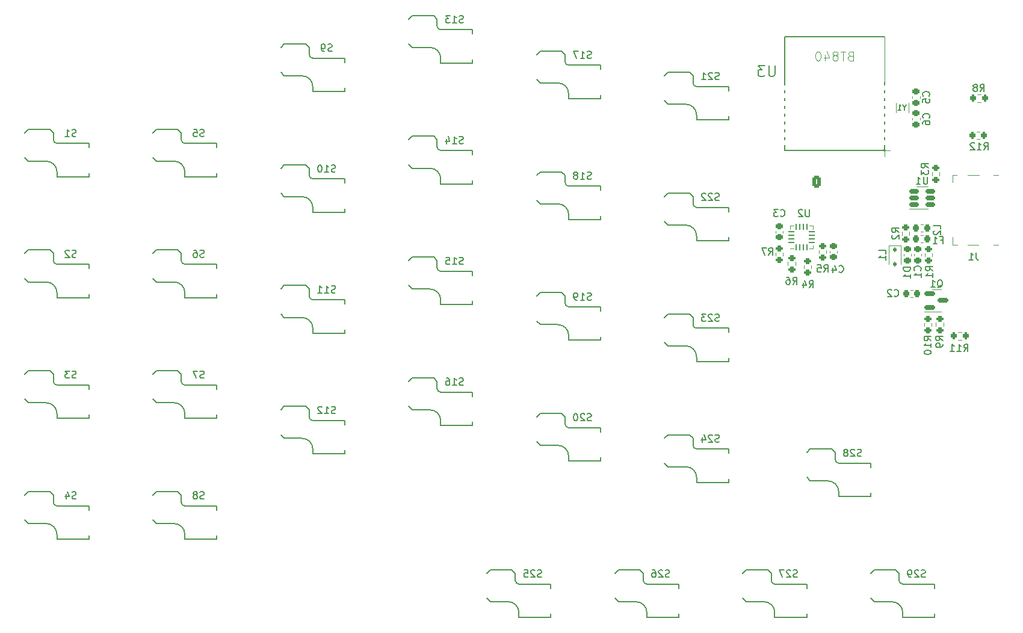
<source format=gbo>
G04 #@! TF.GenerationSoftware,KiCad,Pcbnew,7.0.9*
G04 #@! TF.CreationDate,2024-01-11T22:18:43+01:00*
G04 #@! TF.ProjectId,keyboard,6b657962-6f61-4726-942e-6b696361645f,v1.0.0*
G04 #@! TF.SameCoordinates,Original*
G04 #@! TF.FileFunction,Legend,Bot*
G04 #@! TF.FilePolarity,Positive*
%FSLAX46Y46*%
G04 Gerber Fmt 4.6, Leading zero omitted, Abs format (unit mm)*
G04 Created by KiCad (PCBNEW 7.0.9) date 2024-01-11 22:18:43*
%MOMM*%
%LPD*%
G01*
G04 APERTURE LIST*
G04 Aperture macros list*
%AMRoundRect*
0 Rectangle with rounded corners*
0 $1 Rounding radius*
0 $2 $3 $4 $5 $6 $7 $8 $9 X,Y pos of 4 corners*
0 Add a 4 corners polygon primitive as box body*
4,1,4,$2,$3,$4,$5,$6,$7,$8,$9,$2,$3,0*
0 Add four circle primitives for the rounded corners*
1,1,$1+$1,$2,$3*
1,1,$1+$1,$4,$5*
1,1,$1+$1,$6,$7*
1,1,$1+$1,$8,$9*
0 Add four rect primitives between the rounded corners*
20,1,$1+$1,$2,$3,$4,$5,0*
20,1,$1+$1,$4,$5,$6,$7,0*
20,1,$1+$1,$6,$7,$8,$9,0*
20,1,$1+$1,$8,$9,$2,$3,0*%
G04 Aperture macros list end*
%ADD10C,0.150000*%
%ADD11C,0.101600*%
%ADD12C,0.100000*%
%ADD13C,0.120000*%
%ADD14C,0.127000*%
%ADD15R,1.100000X0.600000*%
%ADD16R,1.100000X0.300000*%
%ADD17O,1.800000X1.000000*%
%ADD18O,2.200000X1.000000*%
%ADD19C,2.200000*%
%ADD20C,1.701800*%
%ADD21C,3.000000*%
%ADD22C,3.429000*%
%ADD23R,2.600000X2.600000*%
%ADD24C,2.032000*%
%ADD25C,0.900000*%
%ADD26C,0.990600*%
%ADD27RoundRect,0.250000X0.350000X0.625000X-0.350000X0.625000X-0.350000X-0.625000X0.350000X-0.625000X0*%
%ADD28O,1.200000X1.750000*%
%ADD29RoundRect,0.218750X-0.256250X0.218750X-0.256250X-0.218750X0.256250X-0.218750X0.256250X0.218750X0*%
%ADD30RoundRect,0.200000X-0.275000X0.200000X-0.275000X-0.200000X0.275000X-0.200000X0.275000X0.200000X0*%
%ADD31RoundRect,0.225000X-0.250000X0.225000X-0.250000X-0.225000X0.250000X-0.225000X0.250000X0.225000X0*%
%ADD32RoundRect,0.200000X0.275000X-0.200000X0.275000X0.200000X-0.275000X0.200000X-0.275000X-0.200000X0*%
%ADD33RoundRect,0.150000X-0.512500X-0.150000X0.512500X-0.150000X0.512500X0.150000X-0.512500X0.150000X0*%
%ADD34RoundRect,0.200000X0.200000X0.275000X-0.200000X0.275000X-0.200000X-0.275000X0.200000X-0.275000X0*%
%ADD35RoundRect,0.062500X-0.375000X-0.062500X0.375000X-0.062500X0.375000X0.062500X-0.375000X0.062500X0*%
%ADD36RoundRect,0.062500X-0.062500X-0.375000X0.062500X-0.375000X0.062500X0.375000X-0.062500X0.375000X0*%
%ADD37R,1.600000X1.600000*%
%ADD38R,1.800000X1.000000*%
%ADD39RoundRect,0.150000X-0.587500X-0.150000X0.587500X-0.150000X0.587500X0.150000X-0.587500X0.150000X0*%
%ADD40RoundRect,0.218750X-0.218750X-0.256250X0.218750X-0.256250X0.218750X0.256250X-0.218750X0.256250X0*%
%ADD41R,1.498600X0.698500*%
%ADD42C,0.599440*%
%ADD43R,1.498600X1.498600*%
%ADD44R,0.599440X0.599440*%
%ADD45RoundRect,0.225000X0.250000X-0.225000X0.250000X0.225000X-0.250000X0.225000X-0.250000X-0.225000X0*%
%ADD46RoundRect,0.218750X0.218750X0.256250X-0.218750X0.256250X-0.218750X-0.256250X0.218750X-0.256250X0*%
%ADD47RoundRect,0.200000X-0.200000X-0.275000X0.200000X-0.275000X0.200000X0.275000X-0.200000X0.275000X0*%
%ADD48RoundRect,0.225000X-0.225000X-0.250000X0.225000X-0.250000X0.225000X0.250000X-0.225000X0.250000X0*%
%ADD49RoundRect,0.112500X-0.112500X0.187500X-0.112500X-0.187500X0.112500X-0.187500X0.112500X0.187500X0*%
G04 APERTURE END LIST*
D10*
X275943333Y-108049819D02*
X275943333Y-108764104D01*
X275943333Y-108764104D02*
X275990952Y-108906961D01*
X275990952Y-108906961D02*
X276086190Y-109002200D01*
X276086190Y-109002200D02*
X276229047Y-109049819D01*
X276229047Y-109049819D02*
X276324285Y-109049819D01*
X274943333Y-109049819D02*
X275514761Y-109049819D01*
X275229047Y-109049819D02*
X275229047Y-108049819D01*
X275229047Y-108049819D02*
X275324285Y-108192676D01*
X275324285Y-108192676D02*
X275419523Y-108287914D01*
X275419523Y-108287914D02*
X275514761Y-108335533D01*
X239803094Y-134627200D02*
X239660237Y-134674819D01*
X239660237Y-134674819D02*
X239422142Y-134674819D01*
X239422142Y-134674819D02*
X239326904Y-134627200D01*
X239326904Y-134627200D02*
X239279285Y-134579580D01*
X239279285Y-134579580D02*
X239231666Y-134484342D01*
X239231666Y-134484342D02*
X239231666Y-134389104D01*
X239231666Y-134389104D02*
X239279285Y-134293866D01*
X239279285Y-134293866D02*
X239326904Y-134246247D01*
X239326904Y-134246247D02*
X239422142Y-134198628D01*
X239422142Y-134198628D02*
X239612618Y-134151009D01*
X239612618Y-134151009D02*
X239707856Y-134103390D01*
X239707856Y-134103390D02*
X239755475Y-134055771D01*
X239755475Y-134055771D02*
X239803094Y-133960533D01*
X239803094Y-133960533D02*
X239803094Y-133865295D01*
X239803094Y-133865295D02*
X239755475Y-133770057D01*
X239755475Y-133770057D02*
X239707856Y-133722438D01*
X239707856Y-133722438D02*
X239612618Y-133674819D01*
X239612618Y-133674819D02*
X239374523Y-133674819D01*
X239374523Y-133674819D02*
X239231666Y-133722438D01*
X238850713Y-133770057D02*
X238803094Y-133722438D01*
X238803094Y-133722438D02*
X238707856Y-133674819D01*
X238707856Y-133674819D02*
X238469761Y-133674819D01*
X238469761Y-133674819D02*
X238374523Y-133722438D01*
X238374523Y-133722438D02*
X238326904Y-133770057D01*
X238326904Y-133770057D02*
X238279285Y-133865295D01*
X238279285Y-133865295D02*
X238279285Y-133960533D01*
X238279285Y-133960533D02*
X238326904Y-134103390D01*
X238326904Y-134103390D02*
X238898332Y-134674819D01*
X238898332Y-134674819D02*
X238279285Y-134674819D01*
X237422142Y-134008152D02*
X237422142Y-134674819D01*
X237660237Y-133627200D02*
X237898332Y-134341485D01*
X237898332Y-134341485D02*
X237279285Y-134341485D01*
X185803094Y-96627200D02*
X185660237Y-96674819D01*
X185660237Y-96674819D02*
X185422142Y-96674819D01*
X185422142Y-96674819D02*
X185326904Y-96627200D01*
X185326904Y-96627200D02*
X185279285Y-96579580D01*
X185279285Y-96579580D02*
X185231666Y-96484342D01*
X185231666Y-96484342D02*
X185231666Y-96389104D01*
X185231666Y-96389104D02*
X185279285Y-96293866D01*
X185279285Y-96293866D02*
X185326904Y-96246247D01*
X185326904Y-96246247D02*
X185422142Y-96198628D01*
X185422142Y-96198628D02*
X185612618Y-96151009D01*
X185612618Y-96151009D02*
X185707856Y-96103390D01*
X185707856Y-96103390D02*
X185755475Y-96055771D01*
X185755475Y-96055771D02*
X185803094Y-95960533D01*
X185803094Y-95960533D02*
X185803094Y-95865295D01*
X185803094Y-95865295D02*
X185755475Y-95770057D01*
X185755475Y-95770057D02*
X185707856Y-95722438D01*
X185707856Y-95722438D02*
X185612618Y-95674819D01*
X185612618Y-95674819D02*
X185374523Y-95674819D01*
X185374523Y-95674819D02*
X185231666Y-95722438D01*
X184279285Y-96674819D02*
X184850713Y-96674819D01*
X184564999Y-96674819D02*
X184564999Y-95674819D01*
X184564999Y-95674819D02*
X184660237Y-95817676D01*
X184660237Y-95817676D02*
X184755475Y-95912914D01*
X184755475Y-95912914D02*
X184850713Y-95960533D01*
X183660237Y-95674819D02*
X183564999Y-95674819D01*
X183564999Y-95674819D02*
X183469761Y-95722438D01*
X183469761Y-95722438D02*
X183422142Y-95770057D01*
X183422142Y-95770057D02*
X183374523Y-95865295D01*
X183374523Y-95865295D02*
X183326904Y-96055771D01*
X183326904Y-96055771D02*
X183326904Y-96293866D01*
X183326904Y-96293866D02*
X183374523Y-96484342D01*
X183374523Y-96484342D02*
X183422142Y-96579580D01*
X183422142Y-96579580D02*
X183469761Y-96627200D01*
X183469761Y-96627200D02*
X183564999Y-96674819D01*
X183564999Y-96674819D02*
X183660237Y-96674819D01*
X183660237Y-96674819D02*
X183755475Y-96627200D01*
X183755475Y-96627200D02*
X183803094Y-96579580D01*
X183803094Y-96579580D02*
X183850713Y-96484342D01*
X183850713Y-96484342D02*
X183898332Y-96293866D01*
X183898332Y-96293866D02*
X183898332Y-96055771D01*
X183898332Y-96055771D02*
X183850713Y-95865295D01*
X183850713Y-95865295D02*
X183803094Y-95770057D01*
X183803094Y-95770057D02*
X183755475Y-95722438D01*
X183755475Y-95722438D02*
X183660237Y-95674819D01*
X167326904Y-91627200D02*
X167184047Y-91674819D01*
X167184047Y-91674819D02*
X166945952Y-91674819D01*
X166945952Y-91674819D02*
X166850714Y-91627200D01*
X166850714Y-91627200D02*
X166803095Y-91579580D01*
X166803095Y-91579580D02*
X166755476Y-91484342D01*
X166755476Y-91484342D02*
X166755476Y-91389104D01*
X166755476Y-91389104D02*
X166803095Y-91293866D01*
X166803095Y-91293866D02*
X166850714Y-91246247D01*
X166850714Y-91246247D02*
X166945952Y-91198628D01*
X166945952Y-91198628D02*
X167136428Y-91151009D01*
X167136428Y-91151009D02*
X167231666Y-91103390D01*
X167231666Y-91103390D02*
X167279285Y-91055771D01*
X167279285Y-91055771D02*
X167326904Y-90960533D01*
X167326904Y-90960533D02*
X167326904Y-90865295D01*
X167326904Y-90865295D02*
X167279285Y-90770057D01*
X167279285Y-90770057D02*
X167231666Y-90722438D01*
X167231666Y-90722438D02*
X167136428Y-90674819D01*
X167136428Y-90674819D02*
X166898333Y-90674819D01*
X166898333Y-90674819D02*
X166755476Y-90722438D01*
X165850714Y-90674819D02*
X166326904Y-90674819D01*
X166326904Y-90674819D02*
X166374523Y-91151009D01*
X166374523Y-91151009D02*
X166326904Y-91103390D01*
X166326904Y-91103390D02*
X166231666Y-91055771D01*
X166231666Y-91055771D02*
X165993571Y-91055771D01*
X165993571Y-91055771D02*
X165898333Y-91103390D01*
X165898333Y-91103390D02*
X165850714Y-91151009D01*
X165850714Y-91151009D02*
X165803095Y-91246247D01*
X165803095Y-91246247D02*
X165803095Y-91484342D01*
X165803095Y-91484342D02*
X165850714Y-91579580D01*
X165850714Y-91579580D02*
X165898333Y-91627200D01*
X165898333Y-91627200D02*
X165993571Y-91674819D01*
X165993571Y-91674819D02*
X166231666Y-91674819D01*
X166231666Y-91674819D02*
X166326904Y-91627200D01*
X166326904Y-91627200D02*
X166374523Y-91579580D01*
X268803094Y-153627200D02*
X268660237Y-153674819D01*
X268660237Y-153674819D02*
X268422142Y-153674819D01*
X268422142Y-153674819D02*
X268326904Y-153627200D01*
X268326904Y-153627200D02*
X268279285Y-153579580D01*
X268279285Y-153579580D02*
X268231666Y-153484342D01*
X268231666Y-153484342D02*
X268231666Y-153389104D01*
X268231666Y-153389104D02*
X268279285Y-153293866D01*
X268279285Y-153293866D02*
X268326904Y-153246247D01*
X268326904Y-153246247D02*
X268422142Y-153198628D01*
X268422142Y-153198628D02*
X268612618Y-153151009D01*
X268612618Y-153151009D02*
X268707856Y-153103390D01*
X268707856Y-153103390D02*
X268755475Y-153055771D01*
X268755475Y-153055771D02*
X268803094Y-152960533D01*
X268803094Y-152960533D02*
X268803094Y-152865295D01*
X268803094Y-152865295D02*
X268755475Y-152770057D01*
X268755475Y-152770057D02*
X268707856Y-152722438D01*
X268707856Y-152722438D02*
X268612618Y-152674819D01*
X268612618Y-152674819D02*
X268374523Y-152674819D01*
X268374523Y-152674819D02*
X268231666Y-152722438D01*
X267850713Y-152770057D02*
X267803094Y-152722438D01*
X267803094Y-152722438D02*
X267707856Y-152674819D01*
X267707856Y-152674819D02*
X267469761Y-152674819D01*
X267469761Y-152674819D02*
X267374523Y-152722438D01*
X267374523Y-152722438D02*
X267326904Y-152770057D01*
X267326904Y-152770057D02*
X267279285Y-152865295D01*
X267279285Y-152865295D02*
X267279285Y-152960533D01*
X267279285Y-152960533D02*
X267326904Y-153103390D01*
X267326904Y-153103390D02*
X267898332Y-153674819D01*
X267898332Y-153674819D02*
X267279285Y-153674819D01*
X266803094Y-153674819D02*
X266612618Y-153674819D01*
X266612618Y-153674819D02*
X266517380Y-153627200D01*
X266517380Y-153627200D02*
X266469761Y-153579580D01*
X266469761Y-153579580D02*
X266374523Y-153436723D01*
X266374523Y-153436723D02*
X266326904Y-153246247D01*
X266326904Y-153246247D02*
X266326904Y-152865295D01*
X266326904Y-152865295D02*
X266374523Y-152770057D01*
X266374523Y-152770057D02*
X266422142Y-152722438D01*
X266422142Y-152722438D02*
X266517380Y-152674819D01*
X266517380Y-152674819D02*
X266707856Y-152674819D01*
X266707856Y-152674819D02*
X266803094Y-152722438D01*
X266803094Y-152722438D02*
X266850713Y-152770057D01*
X266850713Y-152770057D02*
X266898332Y-152865295D01*
X266898332Y-152865295D02*
X266898332Y-153103390D01*
X266898332Y-153103390D02*
X266850713Y-153198628D01*
X266850713Y-153198628D02*
X266803094Y-153246247D01*
X266803094Y-153246247D02*
X266707856Y-153293866D01*
X266707856Y-153293866D02*
X266517380Y-153293866D01*
X266517380Y-153293866D02*
X266422142Y-153246247D01*
X266422142Y-153246247D02*
X266374523Y-153198628D01*
X266374523Y-153198628D02*
X266326904Y-153103390D01*
X149326904Y-108627200D02*
X149184047Y-108674819D01*
X149184047Y-108674819D02*
X148945952Y-108674819D01*
X148945952Y-108674819D02*
X148850714Y-108627200D01*
X148850714Y-108627200D02*
X148803095Y-108579580D01*
X148803095Y-108579580D02*
X148755476Y-108484342D01*
X148755476Y-108484342D02*
X148755476Y-108389104D01*
X148755476Y-108389104D02*
X148803095Y-108293866D01*
X148803095Y-108293866D02*
X148850714Y-108246247D01*
X148850714Y-108246247D02*
X148945952Y-108198628D01*
X148945952Y-108198628D02*
X149136428Y-108151009D01*
X149136428Y-108151009D02*
X149231666Y-108103390D01*
X149231666Y-108103390D02*
X149279285Y-108055771D01*
X149279285Y-108055771D02*
X149326904Y-107960533D01*
X149326904Y-107960533D02*
X149326904Y-107865295D01*
X149326904Y-107865295D02*
X149279285Y-107770057D01*
X149279285Y-107770057D02*
X149231666Y-107722438D01*
X149231666Y-107722438D02*
X149136428Y-107674819D01*
X149136428Y-107674819D02*
X148898333Y-107674819D01*
X148898333Y-107674819D02*
X148755476Y-107722438D01*
X148374523Y-107770057D02*
X148326904Y-107722438D01*
X148326904Y-107722438D02*
X148231666Y-107674819D01*
X148231666Y-107674819D02*
X147993571Y-107674819D01*
X147993571Y-107674819D02*
X147898333Y-107722438D01*
X147898333Y-107722438D02*
X147850714Y-107770057D01*
X147850714Y-107770057D02*
X147803095Y-107865295D01*
X147803095Y-107865295D02*
X147803095Y-107960533D01*
X147803095Y-107960533D02*
X147850714Y-108103390D01*
X147850714Y-108103390D02*
X148422142Y-108674819D01*
X148422142Y-108674819D02*
X147803095Y-108674819D01*
X149326904Y-125627200D02*
X149184047Y-125674819D01*
X149184047Y-125674819D02*
X148945952Y-125674819D01*
X148945952Y-125674819D02*
X148850714Y-125627200D01*
X148850714Y-125627200D02*
X148803095Y-125579580D01*
X148803095Y-125579580D02*
X148755476Y-125484342D01*
X148755476Y-125484342D02*
X148755476Y-125389104D01*
X148755476Y-125389104D02*
X148803095Y-125293866D01*
X148803095Y-125293866D02*
X148850714Y-125246247D01*
X148850714Y-125246247D02*
X148945952Y-125198628D01*
X148945952Y-125198628D02*
X149136428Y-125151009D01*
X149136428Y-125151009D02*
X149231666Y-125103390D01*
X149231666Y-125103390D02*
X149279285Y-125055771D01*
X149279285Y-125055771D02*
X149326904Y-124960533D01*
X149326904Y-124960533D02*
X149326904Y-124865295D01*
X149326904Y-124865295D02*
X149279285Y-124770057D01*
X149279285Y-124770057D02*
X149231666Y-124722438D01*
X149231666Y-124722438D02*
X149136428Y-124674819D01*
X149136428Y-124674819D02*
X148898333Y-124674819D01*
X148898333Y-124674819D02*
X148755476Y-124722438D01*
X148422142Y-124674819D02*
X147803095Y-124674819D01*
X147803095Y-124674819D02*
X148136428Y-125055771D01*
X148136428Y-125055771D02*
X147993571Y-125055771D01*
X147993571Y-125055771D02*
X147898333Y-125103390D01*
X147898333Y-125103390D02*
X147850714Y-125151009D01*
X147850714Y-125151009D02*
X147803095Y-125246247D01*
X147803095Y-125246247D02*
X147803095Y-125484342D01*
X147803095Y-125484342D02*
X147850714Y-125579580D01*
X147850714Y-125579580D02*
X147898333Y-125627200D01*
X147898333Y-125627200D02*
X147993571Y-125674819D01*
X147993571Y-125674819D02*
X148279285Y-125674819D01*
X148279285Y-125674819D02*
X148374523Y-125627200D01*
X148374523Y-125627200D02*
X148422142Y-125579580D01*
X203803094Y-109627200D02*
X203660237Y-109674819D01*
X203660237Y-109674819D02*
X203422142Y-109674819D01*
X203422142Y-109674819D02*
X203326904Y-109627200D01*
X203326904Y-109627200D02*
X203279285Y-109579580D01*
X203279285Y-109579580D02*
X203231666Y-109484342D01*
X203231666Y-109484342D02*
X203231666Y-109389104D01*
X203231666Y-109389104D02*
X203279285Y-109293866D01*
X203279285Y-109293866D02*
X203326904Y-109246247D01*
X203326904Y-109246247D02*
X203422142Y-109198628D01*
X203422142Y-109198628D02*
X203612618Y-109151009D01*
X203612618Y-109151009D02*
X203707856Y-109103390D01*
X203707856Y-109103390D02*
X203755475Y-109055771D01*
X203755475Y-109055771D02*
X203803094Y-108960533D01*
X203803094Y-108960533D02*
X203803094Y-108865295D01*
X203803094Y-108865295D02*
X203755475Y-108770057D01*
X203755475Y-108770057D02*
X203707856Y-108722438D01*
X203707856Y-108722438D02*
X203612618Y-108674819D01*
X203612618Y-108674819D02*
X203374523Y-108674819D01*
X203374523Y-108674819D02*
X203231666Y-108722438D01*
X202279285Y-109674819D02*
X202850713Y-109674819D01*
X202564999Y-109674819D02*
X202564999Y-108674819D01*
X202564999Y-108674819D02*
X202660237Y-108817676D01*
X202660237Y-108817676D02*
X202755475Y-108912914D01*
X202755475Y-108912914D02*
X202850713Y-108960533D01*
X201374523Y-108674819D02*
X201850713Y-108674819D01*
X201850713Y-108674819D02*
X201898332Y-109151009D01*
X201898332Y-109151009D02*
X201850713Y-109103390D01*
X201850713Y-109103390D02*
X201755475Y-109055771D01*
X201755475Y-109055771D02*
X201517380Y-109055771D01*
X201517380Y-109055771D02*
X201422142Y-109103390D01*
X201422142Y-109103390D02*
X201374523Y-109151009D01*
X201374523Y-109151009D02*
X201326904Y-109246247D01*
X201326904Y-109246247D02*
X201326904Y-109484342D01*
X201326904Y-109484342D02*
X201374523Y-109579580D01*
X201374523Y-109579580D02*
X201422142Y-109627200D01*
X201422142Y-109627200D02*
X201517380Y-109674819D01*
X201517380Y-109674819D02*
X201755475Y-109674819D01*
X201755475Y-109674819D02*
X201850713Y-109627200D01*
X201850713Y-109627200D02*
X201898332Y-109579580D01*
X203803094Y-126627200D02*
X203660237Y-126674819D01*
X203660237Y-126674819D02*
X203422142Y-126674819D01*
X203422142Y-126674819D02*
X203326904Y-126627200D01*
X203326904Y-126627200D02*
X203279285Y-126579580D01*
X203279285Y-126579580D02*
X203231666Y-126484342D01*
X203231666Y-126484342D02*
X203231666Y-126389104D01*
X203231666Y-126389104D02*
X203279285Y-126293866D01*
X203279285Y-126293866D02*
X203326904Y-126246247D01*
X203326904Y-126246247D02*
X203422142Y-126198628D01*
X203422142Y-126198628D02*
X203612618Y-126151009D01*
X203612618Y-126151009D02*
X203707856Y-126103390D01*
X203707856Y-126103390D02*
X203755475Y-126055771D01*
X203755475Y-126055771D02*
X203803094Y-125960533D01*
X203803094Y-125960533D02*
X203803094Y-125865295D01*
X203803094Y-125865295D02*
X203755475Y-125770057D01*
X203755475Y-125770057D02*
X203707856Y-125722438D01*
X203707856Y-125722438D02*
X203612618Y-125674819D01*
X203612618Y-125674819D02*
X203374523Y-125674819D01*
X203374523Y-125674819D02*
X203231666Y-125722438D01*
X202279285Y-126674819D02*
X202850713Y-126674819D01*
X202564999Y-126674819D02*
X202564999Y-125674819D01*
X202564999Y-125674819D02*
X202660237Y-125817676D01*
X202660237Y-125817676D02*
X202755475Y-125912914D01*
X202755475Y-125912914D02*
X202850713Y-125960533D01*
X201422142Y-125674819D02*
X201612618Y-125674819D01*
X201612618Y-125674819D02*
X201707856Y-125722438D01*
X201707856Y-125722438D02*
X201755475Y-125770057D01*
X201755475Y-125770057D02*
X201850713Y-125912914D01*
X201850713Y-125912914D02*
X201898332Y-126103390D01*
X201898332Y-126103390D02*
X201898332Y-126484342D01*
X201898332Y-126484342D02*
X201850713Y-126579580D01*
X201850713Y-126579580D02*
X201803094Y-126627200D01*
X201803094Y-126627200D02*
X201707856Y-126674819D01*
X201707856Y-126674819D02*
X201517380Y-126674819D01*
X201517380Y-126674819D02*
X201422142Y-126627200D01*
X201422142Y-126627200D02*
X201374523Y-126579580D01*
X201374523Y-126579580D02*
X201326904Y-126484342D01*
X201326904Y-126484342D02*
X201326904Y-126246247D01*
X201326904Y-126246247D02*
X201374523Y-126151009D01*
X201374523Y-126151009D02*
X201422142Y-126103390D01*
X201422142Y-126103390D02*
X201517380Y-126055771D01*
X201517380Y-126055771D02*
X201707856Y-126055771D01*
X201707856Y-126055771D02*
X201803094Y-126103390D01*
X201803094Y-126103390D02*
X201850713Y-126151009D01*
X201850713Y-126151009D02*
X201898332Y-126246247D01*
X167326904Y-108627200D02*
X167184047Y-108674819D01*
X167184047Y-108674819D02*
X166945952Y-108674819D01*
X166945952Y-108674819D02*
X166850714Y-108627200D01*
X166850714Y-108627200D02*
X166803095Y-108579580D01*
X166803095Y-108579580D02*
X166755476Y-108484342D01*
X166755476Y-108484342D02*
X166755476Y-108389104D01*
X166755476Y-108389104D02*
X166803095Y-108293866D01*
X166803095Y-108293866D02*
X166850714Y-108246247D01*
X166850714Y-108246247D02*
X166945952Y-108198628D01*
X166945952Y-108198628D02*
X167136428Y-108151009D01*
X167136428Y-108151009D02*
X167231666Y-108103390D01*
X167231666Y-108103390D02*
X167279285Y-108055771D01*
X167279285Y-108055771D02*
X167326904Y-107960533D01*
X167326904Y-107960533D02*
X167326904Y-107865295D01*
X167326904Y-107865295D02*
X167279285Y-107770057D01*
X167279285Y-107770057D02*
X167231666Y-107722438D01*
X167231666Y-107722438D02*
X167136428Y-107674819D01*
X167136428Y-107674819D02*
X166898333Y-107674819D01*
X166898333Y-107674819D02*
X166755476Y-107722438D01*
X165898333Y-107674819D02*
X166088809Y-107674819D01*
X166088809Y-107674819D02*
X166184047Y-107722438D01*
X166184047Y-107722438D02*
X166231666Y-107770057D01*
X166231666Y-107770057D02*
X166326904Y-107912914D01*
X166326904Y-107912914D02*
X166374523Y-108103390D01*
X166374523Y-108103390D02*
X166374523Y-108484342D01*
X166374523Y-108484342D02*
X166326904Y-108579580D01*
X166326904Y-108579580D02*
X166279285Y-108627200D01*
X166279285Y-108627200D02*
X166184047Y-108674819D01*
X166184047Y-108674819D02*
X165993571Y-108674819D01*
X165993571Y-108674819D02*
X165898333Y-108627200D01*
X165898333Y-108627200D02*
X165850714Y-108579580D01*
X165850714Y-108579580D02*
X165803095Y-108484342D01*
X165803095Y-108484342D02*
X165803095Y-108246247D01*
X165803095Y-108246247D02*
X165850714Y-108151009D01*
X165850714Y-108151009D02*
X165898333Y-108103390D01*
X165898333Y-108103390D02*
X165993571Y-108055771D01*
X165993571Y-108055771D02*
X166184047Y-108055771D01*
X166184047Y-108055771D02*
X166279285Y-108103390D01*
X166279285Y-108103390D02*
X166326904Y-108151009D01*
X166326904Y-108151009D02*
X166374523Y-108246247D01*
X221803094Y-131627200D02*
X221660237Y-131674819D01*
X221660237Y-131674819D02*
X221422142Y-131674819D01*
X221422142Y-131674819D02*
X221326904Y-131627200D01*
X221326904Y-131627200D02*
X221279285Y-131579580D01*
X221279285Y-131579580D02*
X221231666Y-131484342D01*
X221231666Y-131484342D02*
X221231666Y-131389104D01*
X221231666Y-131389104D02*
X221279285Y-131293866D01*
X221279285Y-131293866D02*
X221326904Y-131246247D01*
X221326904Y-131246247D02*
X221422142Y-131198628D01*
X221422142Y-131198628D02*
X221612618Y-131151009D01*
X221612618Y-131151009D02*
X221707856Y-131103390D01*
X221707856Y-131103390D02*
X221755475Y-131055771D01*
X221755475Y-131055771D02*
X221803094Y-130960533D01*
X221803094Y-130960533D02*
X221803094Y-130865295D01*
X221803094Y-130865295D02*
X221755475Y-130770057D01*
X221755475Y-130770057D02*
X221707856Y-130722438D01*
X221707856Y-130722438D02*
X221612618Y-130674819D01*
X221612618Y-130674819D02*
X221374523Y-130674819D01*
X221374523Y-130674819D02*
X221231666Y-130722438D01*
X220850713Y-130770057D02*
X220803094Y-130722438D01*
X220803094Y-130722438D02*
X220707856Y-130674819D01*
X220707856Y-130674819D02*
X220469761Y-130674819D01*
X220469761Y-130674819D02*
X220374523Y-130722438D01*
X220374523Y-130722438D02*
X220326904Y-130770057D01*
X220326904Y-130770057D02*
X220279285Y-130865295D01*
X220279285Y-130865295D02*
X220279285Y-130960533D01*
X220279285Y-130960533D02*
X220326904Y-131103390D01*
X220326904Y-131103390D02*
X220898332Y-131674819D01*
X220898332Y-131674819D02*
X220279285Y-131674819D01*
X219660237Y-130674819D02*
X219564999Y-130674819D01*
X219564999Y-130674819D02*
X219469761Y-130722438D01*
X219469761Y-130722438D02*
X219422142Y-130770057D01*
X219422142Y-130770057D02*
X219374523Y-130865295D01*
X219374523Y-130865295D02*
X219326904Y-131055771D01*
X219326904Y-131055771D02*
X219326904Y-131293866D01*
X219326904Y-131293866D02*
X219374523Y-131484342D01*
X219374523Y-131484342D02*
X219422142Y-131579580D01*
X219422142Y-131579580D02*
X219469761Y-131627200D01*
X219469761Y-131627200D02*
X219564999Y-131674819D01*
X219564999Y-131674819D02*
X219660237Y-131674819D01*
X219660237Y-131674819D02*
X219755475Y-131627200D01*
X219755475Y-131627200D02*
X219803094Y-131579580D01*
X219803094Y-131579580D02*
X219850713Y-131484342D01*
X219850713Y-131484342D02*
X219898332Y-131293866D01*
X219898332Y-131293866D02*
X219898332Y-131055771D01*
X219898332Y-131055771D02*
X219850713Y-130865295D01*
X219850713Y-130865295D02*
X219803094Y-130770057D01*
X219803094Y-130770057D02*
X219755475Y-130722438D01*
X219755475Y-130722438D02*
X219660237Y-130674819D01*
X214803094Y-153627200D02*
X214660237Y-153674819D01*
X214660237Y-153674819D02*
X214422142Y-153674819D01*
X214422142Y-153674819D02*
X214326904Y-153627200D01*
X214326904Y-153627200D02*
X214279285Y-153579580D01*
X214279285Y-153579580D02*
X214231666Y-153484342D01*
X214231666Y-153484342D02*
X214231666Y-153389104D01*
X214231666Y-153389104D02*
X214279285Y-153293866D01*
X214279285Y-153293866D02*
X214326904Y-153246247D01*
X214326904Y-153246247D02*
X214422142Y-153198628D01*
X214422142Y-153198628D02*
X214612618Y-153151009D01*
X214612618Y-153151009D02*
X214707856Y-153103390D01*
X214707856Y-153103390D02*
X214755475Y-153055771D01*
X214755475Y-153055771D02*
X214803094Y-152960533D01*
X214803094Y-152960533D02*
X214803094Y-152865295D01*
X214803094Y-152865295D02*
X214755475Y-152770057D01*
X214755475Y-152770057D02*
X214707856Y-152722438D01*
X214707856Y-152722438D02*
X214612618Y-152674819D01*
X214612618Y-152674819D02*
X214374523Y-152674819D01*
X214374523Y-152674819D02*
X214231666Y-152722438D01*
X213850713Y-152770057D02*
X213803094Y-152722438D01*
X213803094Y-152722438D02*
X213707856Y-152674819D01*
X213707856Y-152674819D02*
X213469761Y-152674819D01*
X213469761Y-152674819D02*
X213374523Y-152722438D01*
X213374523Y-152722438D02*
X213326904Y-152770057D01*
X213326904Y-152770057D02*
X213279285Y-152865295D01*
X213279285Y-152865295D02*
X213279285Y-152960533D01*
X213279285Y-152960533D02*
X213326904Y-153103390D01*
X213326904Y-153103390D02*
X213898332Y-153674819D01*
X213898332Y-153674819D02*
X213279285Y-153674819D01*
X212374523Y-152674819D02*
X212850713Y-152674819D01*
X212850713Y-152674819D02*
X212898332Y-153151009D01*
X212898332Y-153151009D02*
X212850713Y-153103390D01*
X212850713Y-153103390D02*
X212755475Y-153055771D01*
X212755475Y-153055771D02*
X212517380Y-153055771D01*
X212517380Y-153055771D02*
X212422142Y-153103390D01*
X212422142Y-153103390D02*
X212374523Y-153151009D01*
X212374523Y-153151009D02*
X212326904Y-153246247D01*
X212326904Y-153246247D02*
X212326904Y-153484342D01*
X212326904Y-153484342D02*
X212374523Y-153579580D01*
X212374523Y-153579580D02*
X212422142Y-153627200D01*
X212422142Y-153627200D02*
X212517380Y-153674819D01*
X212517380Y-153674819D02*
X212755475Y-153674819D01*
X212755475Y-153674819D02*
X212850713Y-153627200D01*
X212850713Y-153627200D02*
X212898332Y-153579580D01*
X221803094Y-114627200D02*
X221660237Y-114674819D01*
X221660237Y-114674819D02*
X221422142Y-114674819D01*
X221422142Y-114674819D02*
X221326904Y-114627200D01*
X221326904Y-114627200D02*
X221279285Y-114579580D01*
X221279285Y-114579580D02*
X221231666Y-114484342D01*
X221231666Y-114484342D02*
X221231666Y-114389104D01*
X221231666Y-114389104D02*
X221279285Y-114293866D01*
X221279285Y-114293866D02*
X221326904Y-114246247D01*
X221326904Y-114246247D02*
X221422142Y-114198628D01*
X221422142Y-114198628D02*
X221612618Y-114151009D01*
X221612618Y-114151009D02*
X221707856Y-114103390D01*
X221707856Y-114103390D02*
X221755475Y-114055771D01*
X221755475Y-114055771D02*
X221803094Y-113960533D01*
X221803094Y-113960533D02*
X221803094Y-113865295D01*
X221803094Y-113865295D02*
X221755475Y-113770057D01*
X221755475Y-113770057D02*
X221707856Y-113722438D01*
X221707856Y-113722438D02*
X221612618Y-113674819D01*
X221612618Y-113674819D02*
X221374523Y-113674819D01*
X221374523Y-113674819D02*
X221231666Y-113722438D01*
X220279285Y-114674819D02*
X220850713Y-114674819D01*
X220564999Y-114674819D02*
X220564999Y-113674819D01*
X220564999Y-113674819D02*
X220660237Y-113817676D01*
X220660237Y-113817676D02*
X220755475Y-113912914D01*
X220755475Y-113912914D02*
X220850713Y-113960533D01*
X219803094Y-114674819D02*
X219612618Y-114674819D01*
X219612618Y-114674819D02*
X219517380Y-114627200D01*
X219517380Y-114627200D02*
X219469761Y-114579580D01*
X219469761Y-114579580D02*
X219374523Y-114436723D01*
X219374523Y-114436723D02*
X219326904Y-114246247D01*
X219326904Y-114246247D02*
X219326904Y-113865295D01*
X219326904Y-113865295D02*
X219374523Y-113770057D01*
X219374523Y-113770057D02*
X219422142Y-113722438D01*
X219422142Y-113722438D02*
X219517380Y-113674819D01*
X219517380Y-113674819D02*
X219707856Y-113674819D01*
X219707856Y-113674819D02*
X219803094Y-113722438D01*
X219803094Y-113722438D02*
X219850713Y-113770057D01*
X219850713Y-113770057D02*
X219898332Y-113865295D01*
X219898332Y-113865295D02*
X219898332Y-114103390D01*
X219898332Y-114103390D02*
X219850713Y-114198628D01*
X219850713Y-114198628D02*
X219803094Y-114246247D01*
X219803094Y-114246247D02*
X219707856Y-114293866D01*
X219707856Y-114293866D02*
X219517380Y-114293866D01*
X219517380Y-114293866D02*
X219422142Y-114246247D01*
X219422142Y-114246247D02*
X219374523Y-114198628D01*
X219374523Y-114198628D02*
X219326904Y-114103390D01*
X232803094Y-153627200D02*
X232660237Y-153674819D01*
X232660237Y-153674819D02*
X232422142Y-153674819D01*
X232422142Y-153674819D02*
X232326904Y-153627200D01*
X232326904Y-153627200D02*
X232279285Y-153579580D01*
X232279285Y-153579580D02*
X232231666Y-153484342D01*
X232231666Y-153484342D02*
X232231666Y-153389104D01*
X232231666Y-153389104D02*
X232279285Y-153293866D01*
X232279285Y-153293866D02*
X232326904Y-153246247D01*
X232326904Y-153246247D02*
X232422142Y-153198628D01*
X232422142Y-153198628D02*
X232612618Y-153151009D01*
X232612618Y-153151009D02*
X232707856Y-153103390D01*
X232707856Y-153103390D02*
X232755475Y-153055771D01*
X232755475Y-153055771D02*
X232803094Y-152960533D01*
X232803094Y-152960533D02*
X232803094Y-152865295D01*
X232803094Y-152865295D02*
X232755475Y-152770057D01*
X232755475Y-152770057D02*
X232707856Y-152722438D01*
X232707856Y-152722438D02*
X232612618Y-152674819D01*
X232612618Y-152674819D02*
X232374523Y-152674819D01*
X232374523Y-152674819D02*
X232231666Y-152722438D01*
X231850713Y-152770057D02*
X231803094Y-152722438D01*
X231803094Y-152722438D02*
X231707856Y-152674819D01*
X231707856Y-152674819D02*
X231469761Y-152674819D01*
X231469761Y-152674819D02*
X231374523Y-152722438D01*
X231374523Y-152722438D02*
X231326904Y-152770057D01*
X231326904Y-152770057D02*
X231279285Y-152865295D01*
X231279285Y-152865295D02*
X231279285Y-152960533D01*
X231279285Y-152960533D02*
X231326904Y-153103390D01*
X231326904Y-153103390D02*
X231898332Y-153674819D01*
X231898332Y-153674819D02*
X231279285Y-153674819D01*
X230422142Y-152674819D02*
X230612618Y-152674819D01*
X230612618Y-152674819D02*
X230707856Y-152722438D01*
X230707856Y-152722438D02*
X230755475Y-152770057D01*
X230755475Y-152770057D02*
X230850713Y-152912914D01*
X230850713Y-152912914D02*
X230898332Y-153103390D01*
X230898332Y-153103390D02*
X230898332Y-153484342D01*
X230898332Y-153484342D02*
X230850713Y-153579580D01*
X230850713Y-153579580D02*
X230803094Y-153627200D01*
X230803094Y-153627200D02*
X230707856Y-153674819D01*
X230707856Y-153674819D02*
X230517380Y-153674819D01*
X230517380Y-153674819D02*
X230422142Y-153627200D01*
X230422142Y-153627200D02*
X230374523Y-153579580D01*
X230374523Y-153579580D02*
X230326904Y-153484342D01*
X230326904Y-153484342D02*
X230326904Y-153246247D01*
X230326904Y-153246247D02*
X230374523Y-153151009D01*
X230374523Y-153151009D02*
X230422142Y-153103390D01*
X230422142Y-153103390D02*
X230517380Y-153055771D01*
X230517380Y-153055771D02*
X230707856Y-153055771D01*
X230707856Y-153055771D02*
X230803094Y-153103390D01*
X230803094Y-153103390D02*
X230850713Y-153151009D01*
X230850713Y-153151009D02*
X230898332Y-153246247D01*
X250803094Y-153627200D02*
X250660237Y-153674819D01*
X250660237Y-153674819D02*
X250422142Y-153674819D01*
X250422142Y-153674819D02*
X250326904Y-153627200D01*
X250326904Y-153627200D02*
X250279285Y-153579580D01*
X250279285Y-153579580D02*
X250231666Y-153484342D01*
X250231666Y-153484342D02*
X250231666Y-153389104D01*
X250231666Y-153389104D02*
X250279285Y-153293866D01*
X250279285Y-153293866D02*
X250326904Y-153246247D01*
X250326904Y-153246247D02*
X250422142Y-153198628D01*
X250422142Y-153198628D02*
X250612618Y-153151009D01*
X250612618Y-153151009D02*
X250707856Y-153103390D01*
X250707856Y-153103390D02*
X250755475Y-153055771D01*
X250755475Y-153055771D02*
X250803094Y-152960533D01*
X250803094Y-152960533D02*
X250803094Y-152865295D01*
X250803094Y-152865295D02*
X250755475Y-152770057D01*
X250755475Y-152770057D02*
X250707856Y-152722438D01*
X250707856Y-152722438D02*
X250612618Y-152674819D01*
X250612618Y-152674819D02*
X250374523Y-152674819D01*
X250374523Y-152674819D02*
X250231666Y-152722438D01*
X249850713Y-152770057D02*
X249803094Y-152722438D01*
X249803094Y-152722438D02*
X249707856Y-152674819D01*
X249707856Y-152674819D02*
X249469761Y-152674819D01*
X249469761Y-152674819D02*
X249374523Y-152722438D01*
X249374523Y-152722438D02*
X249326904Y-152770057D01*
X249326904Y-152770057D02*
X249279285Y-152865295D01*
X249279285Y-152865295D02*
X249279285Y-152960533D01*
X249279285Y-152960533D02*
X249326904Y-153103390D01*
X249326904Y-153103390D02*
X249898332Y-153674819D01*
X249898332Y-153674819D02*
X249279285Y-153674819D01*
X248945951Y-152674819D02*
X248279285Y-152674819D01*
X248279285Y-152674819D02*
X248707856Y-153674819D01*
X221803094Y-80627200D02*
X221660237Y-80674819D01*
X221660237Y-80674819D02*
X221422142Y-80674819D01*
X221422142Y-80674819D02*
X221326904Y-80627200D01*
X221326904Y-80627200D02*
X221279285Y-80579580D01*
X221279285Y-80579580D02*
X221231666Y-80484342D01*
X221231666Y-80484342D02*
X221231666Y-80389104D01*
X221231666Y-80389104D02*
X221279285Y-80293866D01*
X221279285Y-80293866D02*
X221326904Y-80246247D01*
X221326904Y-80246247D02*
X221422142Y-80198628D01*
X221422142Y-80198628D02*
X221612618Y-80151009D01*
X221612618Y-80151009D02*
X221707856Y-80103390D01*
X221707856Y-80103390D02*
X221755475Y-80055771D01*
X221755475Y-80055771D02*
X221803094Y-79960533D01*
X221803094Y-79960533D02*
X221803094Y-79865295D01*
X221803094Y-79865295D02*
X221755475Y-79770057D01*
X221755475Y-79770057D02*
X221707856Y-79722438D01*
X221707856Y-79722438D02*
X221612618Y-79674819D01*
X221612618Y-79674819D02*
X221374523Y-79674819D01*
X221374523Y-79674819D02*
X221231666Y-79722438D01*
X220279285Y-80674819D02*
X220850713Y-80674819D01*
X220564999Y-80674819D02*
X220564999Y-79674819D01*
X220564999Y-79674819D02*
X220660237Y-79817676D01*
X220660237Y-79817676D02*
X220755475Y-79912914D01*
X220755475Y-79912914D02*
X220850713Y-79960533D01*
X219945951Y-79674819D02*
X219279285Y-79674819D01*
X219279285Y-79674819D02*
X219707856Y-80674819D01*
X221803094Y-97627200D02*
X221660237Y-97674819D01*
X221660237Y-97674819D02*
X221422142Y-97674819D01*
X221422142Y-97674819D02*
X221326904Y-97627200D01*
X221326904Y-97627200D02*
X221279285Y-97579580D01*
X221279285Y-97579580D02*
X221231666Y-97484342D01*
X221231666Y-97484342D02*
X221231666Y-97389104D01*
X221231666Y-97389104D02*
X221279285Y-97293866D01*
X221279285Y-97293866D02*
X221326904Y-97246247D01*
X221326904Y-97246247D02*
X221422142Y-97198628D01*
X221422142Y-97198628D02*
X221612618Y-97151009D01*
X221612618Y-97151009D02*
X221707856Y-97103390D01*
X221707856Y-97103390D02*
X221755475Y-97055771D01*
X221755475Y-97055771D02*
X221803094Y-96960533D01*
X221803094Y-96960533D02*
X221803094Y-96865295D01*
X221803094Y-96865295D02*
X221755475Y-96770057D01*
X221755475Y-96770057D02*
X221707856Y-96722438D01*
X221707856Y-96722438D02*
X221612618Y-96674819D01*
X221612618Y-96674819D02*
X221374523Y-96674819D01*
X221374523Y-96674819D02*
X221231666Y-96722438D01*
X220279285Y-97674819D02*
X220850713Y-97674819D01*
X220564999Y-97674819D02*
X220564999Y-96674819D01*
X220564999Y-96674819D02*
X220660237Y-96817676D01*
X220660237Y-96817676D02*
X220755475Y-96912914D01*
X220755475Y-96912914D02*
X220850713Y-96960533D01*
X219707856Y-97103390D02*
X219803094Y-97055771D01*
X219803094Y-97055771D02*
X219850713Y-97008152D01*
X219850713Y-97008152D02*
X219898332Y-96912914D01*
X219898332Y-96912914D02*
X219898332Y-96865295D01*
X219898332Y-96865295D02*
X219850713Y-96770057D01*
X219850713Y-96770057D02*
X219803094Y-96722438D01*
X219803094Y-96722438D02*
X219707856Y-96674819D01*
X219707856Y-96674819D02*
X219517380Y-96674819D01*
X219517380Y-96674819D02*
X219422142Y-96722438D01*
X219422142Y-96722438D02*
X219374523Y-96770057D01*
X219374523Y-96770057D02*
X219326904Y-96865295D01*
X219326904Y-96865295D02*
X219326904Y-96912914D01*
X219326904Y-96912914D02*
X219374523Y-97008152D01*
X219374523Y-97008152D02*
X219422142Y-97055771D01*
X219422142Y-97055771D02*
X219517380Y-97103390D01*
X219517380Y-97103390D02*
X219707856Y-97103390D01*
X219707856Y-97103390D02*
X219803094Y-97151009D01*
X219803094Y-97151009D02*
X219850713Y-97198628D01*
X219850713Y-97198628D02*
X219898332Y-97293866D01*
X219898332Y-97293866D02*
X219898332Y-97484342D01*
X219898332Y-97484342D02*
X219850713Y-97579580D01*
X219850713Y-97579580D02*
X219803094Y-97627200D01*
X219803094Y-97627200D02*
X219707856Y-97674819D01*
X219707856Y-97674819D02*
X219517380Y-97674819D01*
X219517380Y-97674819D02*
X219422142Y-97627200D01*
X219422142Y-97627200D02*
X219374523Y-97579580D01*
X219374523Y-97579580D02*
X219326904Y-97484342D01*
X219326904Y-97484342D02*
X219326904Y-97293866D01*
X219326904Y-97293866D02*
X219374523Y-97198628D01*
X219374523Y-97198628D02*
X219422142Y-97151009D01*
X219422142Y-97151009D02*
X219517380Y-97103390D01*
X203803094Y-92627200D02*
X203660237Y-92674819D01*
X203660237Y-92674819D02*
X203422142Y-92674819D01*
X203422142Y-92674819D02*
X203326904Y-92627200D01*
X203326904Y-92627200D02*
X203279285Y-92579580D01*
X203279285Y-92579580D02*
X203231666Y-92484342D01*
X203231666Y-92484342D02*
X203231666Y-92389104D01*
X203231666Y-92389104D02*
X203279285Y-92293866D01*
X203279285Y-92293866D02*
X203326904Y-92246247D01*
X203326904Y-92246247D02*
X203422142Y-92198628D01*
X203422142Y-92198628D02*
X203612618Y-92151009D01*
X203612618Y-92151009D02*
X203707856Y-92103390D01*
X203707856Y-92103390D02*
X203755475Y-92055771D01*
X203755475Y-92055771D02*
X203803094Y-91960533D01*
X203803094Y-91960533D02*
X203803094Y-91865295D01*
X203803094Y-91865295D02*
X203755475Y-91770057D01*
X203755475Y-91770057D02*
X203707856Y-91722438D01*
X203707856Y-91722438D02*
X203612618Y-91674819D01*
X203612618Y-91674819D02*
X203374523Y-91674819D01*
X203374523Y-91674819D02*
X203231666Y-91722438D01*
X202279285Y-92674819D02*
X202850713Y-92674819D01*
X202564999Y-92674819D02*
X202564999Y-91674819D01*
X202564999Y-91674819D02*
X202660237Y-91817676D01*
X202660237Y-91817676D02*
X202755475Y-91912914D01*
X202755475Y-91912914D02*
X202850713Y-91960533D01*
X201422142Y-92008152D02*
X201422142Y-92674819D01*
X201660237Y-91627200D02*
X201898332Y-92341485D01*
X201898332Y-92341485D02*
X201279285Y-92341485D01*
X259803094Y-136627200D02*
X259660237Y-136674819D01*
X259660237Y-136674819D02*
X259422142Y-136674819D01*
X259422142Y-136674819D02*
X259326904Y-136627200D01*
X259326904Y-136627200D02*
X259279285Y-136579580D01*
X259279285Y-136579580D02*
X259231666Y-136484342D01*
X259231666Y-136484342D02*
X259231666Y-136389104D01*
X259231666Y-136389104D02*
X259279285Y-136293866D01*
X259279285Y-136293866D02*
X259326904Y-136246247D01*
X259326904Y-136246247D02*
X259422142Y-136198628D01*
X259422142Y-136198628D02*
X259612618Y-136151009D01*
X259612618Y-136151009D02*
X259707856Y-136103390D01*
X259707856Y-136103390D02*
X259755475Y-136055771D01*
X259755475Y-136055771D02*
X259803094Y-135960533D01*
X259803094Y-135960533D02*
X259803094Y-135865295D01*
X259803094Y-135865295D02*
X259755475Y-135770057D01*
X259755475Y-135770057D02*
X259707856Y-135722438D01*
X259707856Y-135722438D02*
X259612618Y-135674819D01*
X259612618Y-135674819D02*
X259374523Y-135674819D01*
X259374523Y-135674819D02*
X259231666Y-135722438D01*
X258850713Y-135770057D02*
X258803094Y-135722438D01*
X258803094Y-135722438D02*
X258707856Y-135674819D01*
X258707856Y-135674819D02*
X258469761Y-135674819D01*
X258469761Y-135674819D02*
X258374523Y-135722438D01*
X258374523Y-135722438D02*
X258326904Y-135770057D01*
X258326904Y-135770057D02*
X258279285Y-135865295D01*
X258279285Y-135865295D02*
X258279285Y-135960533D01*
X258279285Y-135960533D02*
X258326904Y-136103390D01*
X258326904Y-136103390D02*
X258898332Y-136674819D01*
X258898332Y-136674819D02*
X258279285Y-136674819D01*
X257707856Y-136103390D02*
X257803094Y-136055771D01*
X257803094Y-136055771D02*
X257850713Y-136008152D01*
X257850713Y-136008152D02*
X257898332Y-135912914D01*
X257898332Y-135912914D02*
X257898332Y-135865295D01*
X257898332Y-135865295D02*
X257850713Y-135770057D01*
X257850713Y-135770057D02*
X257803094Y-135722438D01*
X257803094Y-135722438D02*
X257707856Y-135674819D01*
X257707856Y-135674819D02*
X257517380Y-135674819D01*
X257517380Y-135674819D02*
X257422142Y-135722438D01*
X257422142Y-135722438D02*
X257374523Y-135770057D01*
X257374523Y-135770057D02*
X257326904Y-135865295D01*
X257326904Y-135865295D02*
X257326904Y-135912914D01*
X257326904Y-135912914D02*
X257374523Y-136008152D01*
X257374523Y-136008152D02*
X257422142Y-136055771D01*
X257422142Y-136055771D02*
X257517380Y-136103390D01*
X257517380Y-136103390D02*
X257707856Y-136103390D01*
X257707856Y-136103390D02*
X257803094Y-136151009D01*
X257803094Y-136151009D02*
X257850713Y-136198628D01*
X257850713Y-136198628D02*
X257898332Y-136293866D01*
X257898332Y-136293866D02*
X257898332Y-136484342D01*
X257898332Y-136484342D02*
X257850713Y-136579580D01*
X257850713Y-136579580D02*
X257803094Y-136627200D01*
X257803094Y-136627200D02*
X257707856Y-136674819D01*
X257707856Y-136674819D02*
X257517380Y-136674819D01*
X257517380Y-136674819D02*
X257422142Y-136627200D01*
X257422142Y-136627200D02*
X257374523Y-136579580D01*
X257374523Y-136579580D02*
X257326904Y-136484342D01*
X257326904Y-136484342D02*
X257326904Y-136293866D01*
X257326904Y-136293866D02*
X257374523Y-136198628D01*
X257374523Y-136198628D02*
X257422142Y-136151009D01*
X257422142Y-136151009D02*
X257517380Y-136103390D01*
X167326904Y-125627200D02*
X167184047Y-125674819D01*
X167184047Y-125674819D02*
X166945952Y-125674819D01*
X166945952Y-125674819D02*
X166850714Y-125627200D01*
X166850714Y-125627200D02*
X166803095Y-125579580D01*
X166803095Y-125579580D02*
X166755476Y-125484342D01*
X166755476Y-125484342D02*
X166755476Y-125389104D01*
X166755476Y-125389104D02*
X166803095Y-125293866D01*
X166803095Y-125293866D02*
X166850714Y-125246247D01*
X166850714Y-125246247D02*
X166945952Y-125198628D01*
X166945952Y-125198628D02*
X167136428Y-125151009D01*
X167136428Y-125151009D02*
X167231666Y-125103390D01*
X167231666Y-125103390D02*
X167279285Y-125055771D01*
X167279285Y-125055771D02*
X167326904Y-124960533D01*
X167326904Y-124960533D02*
X167326904Y-124865295D01*
X167326904Y-124865295D02*
X167279285Y-124770057D01*
X167279285Y-124770057D02*
X167231666Y-124722438D01*
X167231666Y-124722438D02*
X167136428Y-124674819D01*
X167136428Y-124674819D02*
X166898333Y-124674819D01*
X166898333Y-124674819D02*
X166755476Y-124722438D01*
X166422142Y-124674819D02*
X165755476Y-124674819D01*
X165755476Y-124674819D02*
X166184047Y-125674819D01*
X203803094Y-75627200D02*
X203660237Y-75674819D01*
X203660237Y-75674819D02*
X203422142Y-75674819D01*
X203422142Y-75674819D02*
X203326904Y-75627200D01*
X203326904Y-75627200D02*
X203279285Y-75579580D01*
X203279285Y-75579580D02*
X203231666Y-75484342D01*
X203231666Y-75484342D02*
X203231666Y-75389104D01*
X203231666Y-75389104D02*
X203279285Y-75293866D01*
X203279285Y-75293866D02*
X203326904Y-75246247D01*
X203326904Y-75246247D02*
X203422142Y-75198628D01*
X203422142Y-75198628D02*
X203612618Y-75151009D01*
X203612618Y-75151009D02*
X203707856Y-75103390D01*
X203707856Y-75103390D02*
X203755475Y-75055771D01*
X203755475Y-75055771D02*
X203803094Y-74960533D01*
X203803094Y-74960533D02*
X203803094Y-74865295D01*
X203803094Y-74865295D02*
X203755475Y-74770057D01*
X203755475Y-74770057D02*
X203707856Y-74722438D01*
X203707856Y-74722438D02*
X203612618Y-74674819D01*
X203612618Y-74674819D02*
X203374523Y-74674819D01*
X203374523Y-74674819D02*
X203231666Y-74722438D01*
X202279285Y-75674819D02*
X202850713Y-75674819D01*
X202564999Y-75674819D02*
X202564999Y-74674819D01*
X202564999Y-74674819D02*
X202660237Y-74817676D01*
X202660237Y-74817676D02*
X202755475Y-74912914D01*
X202755475Y-74912914D02*
X202850713Y-74960533D01*
X201945951Y-74674819D02*
X201326904Y-74674819D01*
X201326904Y-74674819D02*
X201660237Y-75055771D01*
X201660237Y-75055771D02*
X201517380Y-75055771D01*
X201517380Y-75055771D02*
X201422142Y-75103390D01*
X201422142Y-75103390D02*
X201374523Y-75151009D01*
X201374523Y-75151009D02*
X201326904Y-75246247D01*
X201326904Y-75246247D02*
X201326904Y-75484342D01*
X201326904Y-75484342D02*
X201374523Y-75579580D01*
X201374523Y-75579580D02*
X201422142Y-75627200D01*
X201422142Y-75627200D02*
X201517380Y-75674819D01*
X201517380Y-75674819D02*
X201803094Y-75674819D01*
X201803094Y-75674819D02*
X201898332Y-75627200D01*
X201898332Y-75627200D02*
X201945951Y-75579580D01*
X239803094Y-117627200D02*
X239660237Y-117674819D01*
X239660237Y-117674819D02*
X239422142Y-117674819D01*
X239422142Y-117674819D02*
X239326904Y-117627200D01*
X239326904Y-117627200D02*
X239279285Y-117579580D01*
X239279285Y-117579580D02*
X239231666Y-117484342D01*
X239231666Y-117484342D02*
X239231666Y-117389104D01*
X239231666Y-117389104D02*
X239279285Y-117293866D01*
X239279285Y-117293866D02*
X239326904Y-117246247D01*
X239326904Y-117246247D02*
X239422142Y-117198628D01*
X239422142Y-117198628D02*
X239612618Y-117151009D01*
X239612618Y-117151009D02*
X239707856Y-117103390D01*
X239707856Y-117103390D02*
X239755475Y-117055771D01*
X239755475Y-117055771D02*
X239803094Y-116960533D01*
X239803094Y-116960533D02*
X239803094Y-116865295D01*
X239803094Y-116865295D02*
X239755475Y-116770057D01*
X239755475Y-116770057D02*
X239707856Y-116722438D01*
X239707856Y-116722438D02*
X239612618Y-116674819D01*
X239612618Y-116674819D02*
X239374523Y-116674819D01*
X239374523Y-116674819D02*
X239231666Y-116722438D01*
X238850713Y-116770057D02*
X238803094Y-116722438D01*
X238803094Y-116722438D02*
X238707856Y-116674819D01*
X238707856Y-116674819D02*
X238469761Y-116674819D01*
X238469761Y-116674819D02*
X238374523Y-116722438D01*
X238374523Y-116722438D02*
X238326904Y-116770057D01*
X238326904Y-116770057D02*
X238279285Y-116865295D01*
X238279285Y-116865295D02*
X238279285Y-116960533D01*
X238279285Y-116960533D02*
X238326904Y-117103390D01*
X238326904Y-117103390D02*
X238898332Y-117674819D01*
X238898332Y-117674819D02*
X238279285Y-117674819D01*
X237945951Y-116674819D02*
X237326904Y-116674819D01*
X237326904Y-116674819D02*
X237660237Y-117055771D01*
X237660237Y-117055771D02*
X237517380Y-117055771D01*
X237517380Y-117055771D02*
X237422142Y-117103390D01*
X237422142Y-117103390D02*
X237374523Y-117151009D01*
X237374523Y-117151009D02*
X237326904Y-117246247D01*
X237326904Y-117246247D02*
X237326904Y-117484342D01*
X237326904Y-117484342D02*
X237374523Y-117579580D01*
X237374523Y-117579580D02*
X237422142Y-117627200D01*
X237422142Y-117627200D02*
X237517380Y-117674819D01*
X237517380Y-117674819D02*
X237803094Y-117674819D01*
X237803094Y-117674819D02*
X237898332Y-117627200D01*
X237898332Y-117627200D02*
X237945951Y-117579580D01*
X239803094Y-83627200D02*
X239660237Y-83674819D01*
X239660237Y-83674819D02*
X239422142Y-83674819D01*
X239422142Y-83674819D02*
X239326904Y-83627200D01*
X239326904Y-83627200D02*
X239279285Y-83579580D01*
X239279285Y-83579580D02*
X239231666Y-83484342D01*
X239231666Y-83484342D02*
X239231666Y-83389104D01*
X239231666Y-83389104D02*
X239279285Y-83293866D01*
X239279285Y-83293866D02*
X239326904Y-83246247D01*
X239326904Y-83246247D02*
X239422142Y-83198628D01*
X239422142Y-83198628D02*
X239612618Y-83151009D01*
X239612618Y-83151009D02*
X239707856Y-83103390D01*
X239707856Y-83103390D02*
X239755475Y-83055771D01*
X239755475Y-83055771D02*
X239803094Y-82960533D01*
X239803094Y-82960533D02*
X239803094Y-82865295D01*
X239803094Y-82865295D02*
X239755475Y-82770057D01*
X239755475Y-82770057D02*
X239707856Y-82722438D01*
X239707856Y-82722438D02*
X239612618Y-82674819D01*
X239612618Y-82674819D02*
X239374523Y-82674819D01*
X239374523Y-82674819D02*
X239231666Y-82722438D01*
X238850713Y-82770057D02*
X238803094Y-82722438D01*
X238803094Y-82722438D02*
X238707856Y-82674819D01*
X238707856Y-82674819D02*
X238469761Y-82674819D01*
X238469761Y-82674819D02*
X238374523Y-82722438D01*
X238374523Y-82722438D02*
X238326904Y-82770057D01*
X238326904Y-82770057D02*
X238279285Y-82865295D01*
X238279285Y-82865295D02*
X238279285Y-82960533D01*
X238279285Y-82960533D02*
X238326904Y-83103390D01*
X238326904Y-83103390D02*
X238898332Y-83674819D01*
X238898332Y-83674819D02*
X238279285Y-83674819D01*
X237326904Y-83674819D02*
X237898332Y-83674819D01*
X237612618Y-83674819D02*
X237612618Y-82674819D01*
X237612618Y-82674819D02*
X237707856Y-82817676D01*
X237707856Y-82817676D02*
X237803094Y-82912914D01*
X237803094Y-82912914D02*
X237898332Y-82960533D01*
X239803094Y-100627200D02*
X239660237Y-100674819D01*
X239660237Y-100674819D02*
X239422142Y-100674819D01*
X239422142Y-100674819D02*
X239326904Y-100627200D01*
X239326904Y-100627200D02*
X239279285Y-100579580D01*
X239279285Y-100579580D02*
X239231666Y-100484342D01*
X239231666Y-100484342D02*
X239231666Y-100389104D01*
X239231666Y-100389104D02*
X239279285Y-100293866D01*
X239279285Y-100293866D02*
X239326904Y-100246247D01*
X239326904Y-100246247D02*
X239422142Y-100198628D01*
X239422142Y-100198628D02*
X239612618Y-100151009D01*
X239612618Y-100151009D02*
X239707856Y-100103390D01*
X239707856Y-100103390D02*
X239755475Y-100055771D01*
X239755475Y-100055771D02*
X239803094Y-99960533D01*
X239803094Y-99960533D02*
X239803094Y-99865295D01*
X239803094Y-99865295D02*
X239755475Y-99770057D01*
X239755475Y-99770057D02*
X239707856Y-99722438D01*
X239707856Y-99722438D02*
X239612618Y-99674819D01*
X239612618Y-99674819D02*
X239374523Y-99674819D01*
X239374523Y-99674819D02*
X239231666Y-99722438D01*
X238850713Y-99770057D02*
X238803094Y-99722438D01*
X238803094Y-99722438D02*
X238707856Y-99674819D01*
X238707856Y-99674819D02*
X238469761Y-99674819D01*
X238469761Y-99674819D02*
X238374523Y-99722438D01*
X238374523Y-99722438D02*
X238326904Y-99770057D01*
X238326904Y-99770057D02*
X238279285Y-99865295D01*
X238279285Y-99865295D02*
X238279285Y-99960533D01*
X238279285Y-99960533D02*
X238326904Y-100103390D01*
X238326904Y-100103390D02*
X238898332Y-100674819D01*
X238898332Y-100674819D02*
X238279285Y-100674819D01*
X237898332Y-99770057D02*
X237850713Y-99722438D01*
X237850713Y-99722438D02*
X237755475Y-99674819D01*
X237755475Y-99674819D02*
X237517380Y-99674819D01*
X237517380Y-99674819D02*
X237422142Y-99722438D01*
X237422142Y-99722438D02*
X237374523Y-99770057D01*
X237374523Y-99770057D02*
X237326904Y-99865295D01*
X237326904Y-99865295D02*
X237326904Y-99960533D01*
X237326904Y-99960533D02*
X237374523Y-100103390D01*
X237374523Y-100103390D02*
X237945951Y-100674819D01*
X237945951Y-100674819D02*
X237326904Y-100674819D01*
X185326904Y-79627200D02*
X185184047Y-79674819D01*
X185184047Y-79674819D02*
X184945952Y-79674819D01*
X184945952Y-79674819D02*
X184850714Y-79627200D01*
X184850714Y-79627200D02*
X184803095Y-79579580D01*
X184803095Y-79579580D02*
X184755476Y-79484342D01*
X184755476Y-79484342D02*
X184755476Y-79389104D01*
X184755476Y-79389104D02*
X184803095Y-79293866D01*
X184803095Y-79293866D02*
X184850714Y-79246247D01*
X184850714Y-79246247D02*
X184945952Y-79198628D01*
X184945952Y-79198628D02*
X185136428Y-79151009D01*
X185136428Y-79151009D02*
X185231666Y-79103390D01*
X185231666Y-79103390D02*
X185279285Y-79055771D01*
X185279285Y-79055771D02*
X185326904Y-78960533D01*
X185326904Y-78960533D02*
X185326904Y-78865295D01*
X185326904Y-78865295D02*
X185279285Y-78770057D01*
X185279285Y-78770057D02*
X185231666Y-78722438D01*
X185231666Y-78722438D02*
X185136428Y-78674819D01*
X185136428Y-78674819D02*
X184898333Y-78674819D01*
X184898333Y-78674819D02*
X184755476Y-78722438D01*
X184279285Y-79674819D02*
X184088809Y-79674819D01*
X184088809Y-79674819D02*
X183993571Y-79627200D01*
X183993571Y-79627200D02*
X183945952Y-79579580D01*
X183945952Y-79579580D02*
X183850714Y-79436723D01*
X183850714Y-79436723D02*
X183803095Y-79246247D01*
X183803095Y-79246247D02*
X183803095Y-78865295D01*
X183803095Y-78865295D02*
X183850714Y-78770057D01*
X183850714Y-78770057D02*
X183898333Y-78722438D01*
X183898333Y-78722438D02*
X183993571Y-78674819D01*
X183993571Y-78674819D02*
X184184047Y-78674819D01*
X184184047Y-78674819D02*
X184279285Y-78722438D01*
X184279285Y-78722438D02*
X184326904Y-78770057D01*
X184326904Y-78770057D02*
X184374523Y-78865295D01*
X184374523Y-78865295D02*
X184374523Y-79103390D01*
X184374523Y-79103390D02*
X184326904Y-79198628D01*
X184326904Y-79198628D02*
X184279285Y-79246247D01*
X184279285Y-79246247D02*
X184184047Y-79293866D01*
X184184047Y-79293866D02*
X183993571Y-79293866D01*
X183993571Y-79293866D02*
X183898333Y-79246247D01*
X183898333Y-79246247D02*
X183850714Y-79198628D01*
X183850714Y-79198628D02*
X183803095Y-79103390D01*
X185803094Y-113627200D02*
X185660237Y-113674819D01*
X185660237Y-113674819D02*
X185422142Y-113674819D01*
X185422142Y-113674819D02*
X185326904Y-113627200D01*
X185326904Y-113627200D02*
X185279285Y-113579580D01*
X185279285Y-113579580D02*
X185231666Y-113484342D01*
X185231666Y-113484342D02*
X185231666Y-113389104D01*
X185231666Y-113389104D02*
X185279285Y-113293866D01*
X185279285Y-113293866D02*
X185326904Y-113246247D01*
X185326904Y-113246247D02*
X185422142Y-113198628D01*
X185422142Y-113198628D02*
X185612618Y-113151009D01*
X185612618Y-113151009D02*
X185707856Y-113103390D01*
X185707856Y-113103390D02*
X185755475Y-113055771D01*
X185755475Y-113055771D02*
X185803094Y-112960533D01*
X185803094Y-112960533D02*
X185803094Y-112865295D01*
X185803094Y-112865295D02*
X185755475Y-112770057D01*
X185755475Y-112770057D02*
X185707856Y-112722438D01*
X185707856Y-112722438D02*
X185612618Y-112674819D01*
X185612618Y-112674819D02*
X185374523Y-112674819D01*
X185374523Y-112674819D02*
X185231666Y-112722438D01*
X184279285Y-113674819D02*
X184850713Y-113674819D01*
X184564999Y-113674819D02*
X184564999Y-112674819D01*
X184564999Y-112674819D02*
X184660237Y-112817676D01*
X184660237Y-112817676D02*
X184755475Y-112912914D01*
X184755475Y-112912914D02*
X184850713Y-112960533D01*
X183326904Y-113674819D02*
X183898332Y-113674819D01*
X183612618Y-113674819D02*
X183612618Y-112674819D01*
X183612618Y-112674819D02*
X183707856Y-112817676D01*
X183707856Y-112817676D02*
X183803094Y-112912914D01*
X183803094Y-112912914D02*
X183898332Y-112960533D01*
X167326904Y-142627200D02*
X167184047Y-142674819D01*
X167184047Y-142674819D02*
X166945952Y-142674819D01*
X166945952Y-142674819D02*
X166850714Y-142627200D01*
X166850714Y-142627200D02*
X166803095Y-142579580D01*
X166803095Y-142579580D02*
X166755476Y-142484342D01*
X166755476Y-142484342D02*
X166755476Y-142389104D01*
X166755476Y-142389104D02*
X166803095Y-142293866D01*
X166803095Y-142293866D02*
X166850714Y-142246247D01*
X166850714Y-142246247D02*
X166945952Y-142198628D01*
X166945952Y-142198628D02*
X167136428Y-142151009D01*
X167136428Y-142151009D02*
X167231666Y-142103390D01*
X167231666Y-142103390D02*
X167279285Y-142055771D01*
X167279285Y-142055771D02*
X167326904Y-141960533D01*
X167326904Y-141960533D02*
X167326904Y-141865295D01*
X167326904Y-141865295D02*
X167279285Y-141770057D01*
X167279285Y-141770057D02*
X167231666Y-141722438D01*
X167231666Y-141722438D02*
X167136428Y-141674819D01*
X167136428Y-141674819D02*
X166898333Y-141674819D01*
X166898333Y-141674819D02*
X166755476Y-141722438D01*
X166184047Y-142103390D02*
X166279285Y-142055771D01*
X166279285Y-142055771D02*
X166326904Y-142008152D01*
X166326904Y-142008152D02*
X166374523Y-141912914D01*
X166374523Y-141912914D02*
X166374523Y-141865295D01*
X166374523Y-141865295D02*
X166326904Y-141770057D01*
X166326904Y-141770057D02*
X166279285Y-141722438D01*
X166279285Y-141722438D02*
X166184047Y-141674819D01*
X166184047Y-141674819D02*
X165993571Y-141674819D01*
X165993571Y-141674819D02*
X165898333Y-141722438D01*
X165898333Y-141722438D02*
X165850714Y-141770057D01*
X165850714Y-141770057D02*
X165803095Y-141865295D01*
X165803095Y-141865295D02*
X165803095Y-141912914D01*
X165803095Y-141912914D02*
X165850714Y-142008152D01*
X165850714Y-142008152D02*
X165898333Y-142055771D01*
X165898333Y-142055771D02*
X165993571Y-142103390D01*
X165993571Y-142103390D02*
X166184047Y-142103390D01*
X166184047Y-142103390D02*
X166279285Y-142151009D01*
X166279285Y-142151009D02*
X166326904Y-142198628D01*
X166326904Y-142198628D02*
X166374523Y-142293866D01*
X166374523Y-142293866D02*
X166374523Y-142484342D01*
X166374523Y-142484342D02*
X166326904Y-142579580D01*
X166326904Y-142579580D02*
X166279285Y-142627200D01*
X166279285Y-142627200D02*
X166184047Y-142674819D01*
X166184047Y-142674819D02*
X165993571Y-142674819D01*
X165993571Y-142674819D02*
X165898333Y-142627200D01*
X165898333Y-142627200D02*
X165850714Y-142579580D01*
X165850714Y-142579580D02*
X165803095Y-142484342D01*
X165803095Y-142484342D02*
X165803095Y-142293866D01*
X165803095Y-142293866D02*
X165850714Y-142198628D01*
X165850714Y-142198628D02*
X165898333Y-142151009D01*
X165898333Y-142151009D02*
X165993571Y-142103390D01*
X185803094Y-130627200D02*
X185660237Y-130674819D01*
X185660237Y-130674819D02*
X185422142Y-130674819D01*
X185422142Y-130674819D02*
X185326904Y-130627200D01*
X185326904Y-130627200D02*
X185279285Y-130579580D01*
X185279285Y-130579580D02*
X185231666Y-130484342D01*
X185231666Y-130484342D02*
X185231666Y-130389104D01*
X185231666Y-130389104D02*
X185279285Y-130293866D01*
X185279285Y-130293866D02*
X185326904Y-130246247D01*
X185326904Y-130246247D02*
X185422142Y-130198628D01*
X185422142Y-130198628D02*
X185612618Y-130151009D01*
X185612618Y-130151009D02*
X185707856Y-130103390D01*
X185707856Y-130103390D02*
X185755475Y-130055771D01*
X185755475Y-130055771D02*
X185803094Y-129960533D01*
X185803094Y-129960533D02*
X185803094Y-129865295D01*
X185803094Y-129865295D02*
X185755475Y-129770057D01*
X185755475Y-129770057D02*
X185707856Y-129722438D01*
X185707856Y-129722438D02*
X185612618Y-129674819D01*
X185612618Y-129674819D02*
X185374523Y-129674819D01*
X185374523Y-129674819D02*
X185231666Y-129722438D01*
X184279285Y-130674819D02*
X184850713Y-130674819D01*
X184564999Y-130674819D02*
X184564999Y-129674819D01*
X184564999Y-129674819D02*
X184660237Y-129817676D01*
X184660237Y-129817676D02*
X184755475Y-129912914D01*
X184755475Y-129912914D02*
X184850713Y-129960533D01*
X183898332Y-129770057D02*
X183850713Y-129722438D01*
X183850713Y-129722438D02*
X183755475Y-129674819D01*
X183755475Y-129674819D02*
X183517380Y-129674819D01*
X183517380Y-129674819D02*
X183422142Y-129722438D01*
X183422142Y-129722438D02*
X183374523Y-129770057D01*
X183374523Y-129770057D02*
X183326904Y-129865295D01*
X183326904Y-129865295D02*
X183326904Y-129960533D01*
X183326904Y-129960533D02*
X183374523Y-130103390D01*
X183374523Y-130103390D02*
X183945951Y-130674819D01*
X183945951Y-130674819D02*
X183326904Y-130674819D01*
X149326904Y-142627200D02*
X149184047Y-142674819D01*
X149184047Y-142674819D02*
X148945952Y-142674819D01*
X148945952Y-142674819D02*
X148850714Y-142627200D01*
X148850714Y-142627200D02*
X148803095Y-142579580D01*
X148803095Y-142579580D02*
X148755476Y-142484342D01*
X148755476Y-142484342D02*
X148755476Y-142389104D01*
X148755476Y-142389104D02*
X148803095Y-142293866D01*
X148803095Y-142293866D02*
X148850714Y-142246247D01*
X148850714Y-142246247D02*
X148945952Y-142198628D01*
X148945952Y-142198628D02*
X149136428Y-142151009D01*
X149136428Y-142151009D02*
X149231666Y-142103390D01*
X149231666Y-142103390D02*
X149279285Y-142055771D01*
X149279285Y-142055771D02*
X149326904Y-141960533D01*
X149326904Y-141960533D02*
X149326904Y-141865295D01*
X149326904Y-141865295D02*
X149279285Y-141770057D01*
X149279285Y-141770057D02*
X149231666Y-141722438D01*
X149231666Y-141722438D02*
X149136428Y-141674819D01*
X149136428Y-141674819D02*
X148898333Y-141674819D01*
X148898333Y-141674819D02*
X148755476Y-141722438D01*
X147898333Y-142008152D02*
X147898333Y-142674819D01*
X148136428Y-141627200D02*
X148374523Y-142341485D01*
X148374523Y-142341485D02*
X147755476Y-142341485D01*
X149326904Y-91627200D02*
X149184047Y-91674819D01*
X149184047Y-91674819D02*
X148945952Y-91674819D01*
X148945952Y-91674819D02*
X148850714Y-91627200D01*
X148850714Y-91627200D02*
X148803095Y-91579580D01*
X148803095Y-91579580D02*
X148755476Y-91484342D01*
X148755476Y-91484342D02*
X148755476Y-91389104D01*
X148755476Y-91389104D02*
X148803095Y-91293866D01*
X148803095Y-91293866D02*
X148850714Y-91246247D01*
X148850714Y-91246247D02*
X148945952Y-91198628D01*
X148945952Y-91198628D02*
X149136428Y-91151009D01*
X149136428Y-91151009D02*
X149231666Y-91103390D01*
X149231666Y-91103390D02*
X149279285Y-91055771D01*
X149279285Y-91055771D02*
X149326904Y-90960533D01*
X149326904Y-90960533D02*
X149326904Y-90865295D01*
X149326904Y-90865295D02*
X149279285Y-90770057D01*
X149279285Y-90770057D02*
X149231666Y-90722438D01*
X149231666Y-90722438D02*
X149136428Y-90674819D01*
X149136428Y-90674819D02*
X148898333Y-90674819D01*
X148898333Y-90674819D02*
X148755476Y-90722438D01*
X147803095Y-91674819D02*
X148374523Y-91674819D01*
X148088809Y-91674819D02*
X148088809Y-90674819D01*
X148088809Y-90674819D02*
X148184047Y-90817676D01*
X148184047Y-90817676D02*
X148279285Y-90912914D01*
X148279285Y-90912914D02*
X148374523Y-90960533D01*
X263217319Y-108158333D02*
X263217319Y-107682143D01*
X263217319Y-107682143D02*
X262217319Y-107682143D01*
X263217319Y-109015476D02*
X263217319Y-108444048D01*
X263217319Y-108729762D02*
X262217319Y-108729762D01*
X262217319Y-108729762D02*
X262360176Y-108634524D01*
X262360176Y-108634524D02*
X262455414Y-108539286D01*
X262455414Y-108539286D02*
X262503033Y-108444048D01*
X269229819Y-96058333D02*
X268753628Y-95725000D01*
X269229819Y-95486905D02*
X268229819Y-95486905D01*
X268229819Y-95486905D02*
X268229819Y-95867857D01*
X268229819Y-95867857D02*
X268277438Y-95963095D01*
X268277438Y-95963095D02*
X268325057Y-96010714D01*
X268325057Y-96010714D02*
X268420295Y-96058333D01*
X268420295Y-96058333D02*
X268563152Y-96058333D01*
X268563152Y-96058333D02*
X268658390Y-96010714D01*
X268658390Y-96010714D02*
X268706009Y-95963095D01*
X268706009Y-95963095D02*
X268753628Y-95867857D01*
X268753628Y-95867857D02*
X268753628Y-95486905D01*
X268229819Y-96391667D02*
X268229819Y-97010714D01*
X268229819Y-97010714D02*
X268610771Y-96677381D01*
X268610771Y-96677381D02*
X268610771Y-96820238D01*
X268610771Y-96820238D02*
X268658390Y-96915476D01*
X268658390Y-96915476D02*
X268706009Y-96963095D01*
X268706009Y-96963095D02*
X268801247Y-97010714D01*
X268801247Y-97010714D02*
X269039342Y-97010714D01*
X269039342Y-97010714D02*
X269134580Y-96963095D01*
X269134580Y-96963095D02*
X269182200Y-96915476D01*
X269182200Y-96915476D02*
X269229819Y-96820238D01*
X269229819Y-96820238D02*
X269229819Y-96534524D01*
X269229819Y-96534524D02*
X269182200Y-96439286D01*
X269182200Y-96439286D02*
X269134580Y-96391667D01*
X256666666Y-110722080D02*
X256714285Y-110769700D01*
X256714285Y-110769700D02*
X256857142Y-110817319D01*
X256857142Y-110817319D02*
X256952380Y-110817319D01*
X256952380Y-110817319D02*
X257095237Y-110769700D01*
X257095237Y-110769700D02*
X257190475Y-110674461D01*
X257190475Y-110674461D02*
X257238094Y-110579223D01*
X257238094Y-110579223D02*
X257285713Y-110388747D01*
X257285713Y-110388747D02*
X257285713Y-110245890D01*
X257285713Y-110245890D02*
X257238094Y-110055414D01*
X257238094Y-110055414D02*
X257190475Y-109960176D01*
X257190475Y-109960176D02*
X257095237Y-109864938D01*
X257095237Y-109864938D02*
X256952380Y-109817319D01*
X256952380Y-109817319D02*
X256857142Y-109817319D01*
X256857142Y-109817319D02*
X256714285Y-109864938D01*
X256714285Y-109864938D02*
X256666666Y-109912557D01*
X255809523Y-110150652D02*
X255809523Y-110817319D01*
X256047618Y-109769700D02*
X256285713Y-110483985D01*
X256285713Y-110483985D02*
X255666666Y-110483985D01*
X269867319Y-110558333D02*
X269391128Y-110225000D01*
X269867319Y-109986905D02*
X268867319Y-109986905D01*
X268867319Y-109986905D02*
X268867319Y-110367857D01*
X268867319Y-110367857D02*
X268914938Y-110463095D01*
X268914938Y-110463095D02*
X268962557Y-110510714D01*
X268962557Y-110510714D02*
X269057795Y-110558333D01*
X269057795Y-110558333D02*
X269200652Y-110558333D01*
X269200652Y-110558333D02*
X269295890Y-110510714D01*
X269295890Y-110510714D02*
X269343509Y-110463095D01*
X269343509Y-110463095D02*
X269391128Y-110367857D01*
X269391128Y-110367857D02*
X269391128Y-109986905D01*
X269867319Y-111510714D02*
X269867319Y-110939286D01*
X269867319Y-111225000D02*
X268867319Y-111225000D01*
X268867319Y-111225000D02*
X269010176Y-111129762D01*
X269010176Y-111129762D02*
X269105414Y-111034524D01*
X269105414Y-111034524D02*
X269153033Y-110939286D01*
X252466666Y-112929819D02*
X252799999Y-112453628D01*
X253038094Y-112929819D02*
X253038094Y-111929819D01*
X253038094Y-111929819D02*
X252657142Y-111929819D01*
X252657142Y-111929819D02*
X252561904Y-111977438D01*
X252561904Y-111977438D02*
X252514285Y-112025057D01*
X252514285Y-112025057D02*
X252466666Y-112120295D01*
X252466666Y-112120295D02*
X252466666Y-112263152D01*
X252466666Y-112263152D02*
X252514285Y-112358390D01*
X252514285Y-112358390D02*
X252561904Y-112406009D01*
X252561904Y-112406009D02*
X252657142Y-112453628D01*
X252657142Y-112453628D02*
X253038094Y-112453628D01*
X251609523Y-112263152D02*
X251609523Y-112929819D01*
X251847618Y-111882200D02*
X252085713Y-112596485D01*
X252085713Y-112596485D02*
X251466666Y-112596485D01*
X269111904Y-97361793D02*
X269111904Y-98171316D01*
X269111904Y-98171316D02*
X269064285Y-98266554D01*
X269064285Y-98266554D02*
X269016666Y-98314174D01*
X269016666Y-98314174D02*
X268921428Y-98361793D01*
X268921428Y-98361793D02*
X268730952Y-98361793D01*
X268730952Y-98361793D02*
X268635714Y-98314174D01*
X268635714Y-98314174D02*
X268588095Y-98266554D01*
X268588095Y-98266554D02*
X268540476Y-98171316D01*
X268540476Y-98171316D02*
X268540476Y-97361793D01*
X267540476Y-98361793D02*
X268111904Y-98361793D01*
X267826190Y-98361793D02*
X267826190Y-97361793D01*
X267826190Y-97361793D02*
X267921428Y-97504650D01*
X267921428Y-97504650D02*
X268016666Y-97599888D01*
X268016666Y-97599888D02*
X268111904Y-97647507D01*
X276516666Y-85324819D02*
X276849999Y-84848628D01*
X277088094Y-85324819D02*
X277088094Y-84324819D01*
X277088094Y-84324819D02*
X276707142Y-84324819D01*
X276707142Y-84324819D02*
X276611904Y-84372438D01*
X276611904Y-84372438D02*
X276564285Y-84420057D01*
X276564285Y-84420057D02*
X276516666Y-84515295D01*
X276516666Y-84515295D02*
X276516666Y-84658152D01*
X276516666Y-84658152D02*
X276564285Y-84753390D01*
X276564285Y-84753390D02*
X276611904Y-84801009D01*
X276611904Y-84801009D02*
X276707142Y-84848628D01*
X276707142Y-84848628D02*
X277088094Y-84848628D01*
X275945237Y-84753390D02*
X276040475Y-84705771D01*
X276040475Y-84705771D02*
X276088094Y-84658152D01*
X276088094Y-84658152D02*
X276135713Y-84562914D01*
X276135713Y-84562914D02*
X276135713Y-84515295D01*
X276135713Y-84515295D02*
X276088094Y-84420057D01*
X276088094Y-84420057D02*
X276040475Y-84372438D01*
X276040475Y-84372438D02*
X275945237Y-84324819D01*
X275945237Y-84324819D02*
X275754761Y-84324819D01*
X275754761Y-84324819D02*
X275659523Y-84372438D01*
X275659523Y-84372438D02*
X275611904Y-84420057D01*
X275611904Y-84420057D02*
X275564285Y-84515295D01*
X275564285Y-84515295D02*
X275564285Y-84562914D01*
X275564285Y-84562914D02*
X275611904Y-84658152D01*
X275611904Y-84658152D02*
X275659523Y-84705771D01*
X275659523Y-84705771D02*
X275754761Y-84753390D01*
X275754761Y-84753390D02*
X275945237Y-84753390D01*
X275945237Y-84753390D02*
X276040475Y-84801009D01*
X276040475Y-84801009D02*
X276088094Y-84848628D01*
X276088094Y-84848628D02*
X276135713Y-84943866D01*
X276135713Y-84943866D02*
X276135713Y-85134342D01*
X276135713Y-85134342D02*
X276088094Y-85229580D01*
X276088094Y-85229580D02*
X276040475Y-85277200D01*
X276040475Y-85277200D02*
X275945237Y-85324819D01*
X275945237Y-85324819D02*
X275754761Y-85324819D01*
X275754761Y-85324819D02*
X275659523Y-85277200D01*
X275659523Y-85277200D02*
X275611904Y-85229580D01*
X275611904Y-85229580D02*
X275564285Y-85134342D01*
X275564285Y-85134342D02*
X275564285Y-84943866D01*
X275564285Y-84943866D02*
X275611904Y-84848628D01*
X275611904Y-84848628D02*
X275659523Y-84801009D01*
X275659523Y-84801009D02*
X275754761Y-84753390D01*
X265104819Y-105158333D02*
X264628628Y-104825000D01*
X265104819Y-104586905D02*
X264104819Y-104586905D01*
X264104819Y-104586905D02*
X264104819Y-104967857D01*
X264104819Y-104967857D02*
X264152438Y-105063095D01*
X264152438Y-105063095D02*
X264200057Y-105110714D01*
X264200057Y-105110714D02*
X264295295Y-105158333D01*
X264295295Y-105158333D02*
X264438152Y-105158333D01*
X264438152Y-105158333D02*
X264533390Y-105110714D01*
X264533390Y-105110714D02*
X264581009Y-105063095D01*
X264581009Y-105063095D02*
X264628628Y-104967857D01*
X264628628Y-104967857D02*
X264628628Y-104586905D01*
X264200057Y-105539286D02*
X264152438Y-105586905D01*
X264152438Y-105586905D02*
X264104819Y-105682143D01*
X264104819Y-105682143D02*
X264104819Y-105920238D01*
X264104819Y-105920238D02*
X264152438Y-106015476D01*
X264152438Y-106015476D02*
X264200057Y-106063095D01*
X264200057Y-106063095D02*
X264295295Y-106110714D01*
X264295295Y-106110714D02*
X264390533Y-106110714D01*
X264390533Y-106110714D02*
X264533390Y-106063095D01*
X264533390Y-106063095D02*
X265104819Y-105491667D01*
X265104819Y-105491667D02*
X265104819Y-106110714D01*
X274217857Y-121904819D02*
X274551190Y-121428628D01*
X274789285Y-121904819D02*
X274789285Y-120904819D01*
X274789285Y-120904819D02*
X274408333Y-120904819D01*
X274408333Y-120904819D02*
X274313095Y-120952438D01*
X274313095Y-120952438D02*
X274265476Y-121000057D01*
X274265476Y-121000057D02*
X274217857Y-121095295D01*
X274217857Y-121095295D02*
X274217857Y-121238152D01*
X274217857Y-121238152D02*
X274265476Y-121333390D01*
X274265476Y-121333390D02*
X274313095Y-121381009D01*
X274313095Y-121381009D02*
X274408333Y-121428628D01*
X274408333Y-121428628D02*
X274789285Y-121428628D01*
X273265476Y-121904819D02*
X273836904Y-121904819D01*
X273551190Y-121904819D02*
X273551190Y-120904819D01*
X273551190Y-120904819D02*
X273646428Y-121047676D01*
X273646428Y-121047676D02*
X273741666Y-121142914D01*
X273741666Y-121142914D02*
X273836904Y-121190533D01*
X272313095Y-121904819D02*
X272884523Y-121904819D01*
X272598809Y-121904819D02*
X272598809Y-120904819D01*
X272598809Y-120904819D02*
X272694047Y-121047676D01*
X272694047Y-121047676D02*
X272789285Y-121142914D01*
X272789285Y-121142914D02*
X272884523Y-121190533D01*
X252511904Y-101954819D02*
X252511904Y-102764342D01*
X252511904Y-102764342D02*
X252464285Y-102859580D01*
X252464285Y-102859580D02*
X252416666Y-102907200D01*
X252416666Y-102907200D02*
X252321428Y-102954819D01*
X252321428Y-102954819D02*
X252130952Y-102954819D01*
X252130952Y-102954819D02*
X252035714Y-102907200D01*
X252035714Y-102907200D02*
X251988095Y-102859580D01*
X251988095Y-102859580D02*
X251940476Y-102764342D01*
X251940476Y-102764342D02*
X251940476Y-101954819D01*
X251511904Y-102050057D02*
X251464285Y-102002438D01*
X251464285Y-102002438D02*
X251369047Y-101954819D01*
X251369047Y-101954819D02*
X251130952Y-101954819D01*
X251130952Y-101954819D02*
X251035714Y-102002438D01*
X251035714Y-102002438D02*
X250988095Y-102050057D01*
X250988095Y-102050057D02*
X250940476Y-102145295D01*
X250940476Y-102145295D02*
X250940476Y-102240533D01*
X250940476Y-102240533D02*
X250988095Y-102383390D01*
X250988095Y-102383390D02*
X251559523Y-102954819D01*
X251559523Y-102954819D02*
X250940476Y-102954819D01*
X269629819Y-120407142D02*
X269153628Y-120073809D01*
X269629819Y-119835714D02*
X268629819Y-119835714D01*
X268629819Y-119835714D02*
X268629819Y-120216666D01*
X268629819Y-120216666D02*
X268677438Y-120311904D01*
X268677438Y-120311904D02*
X268725057Y-120359523D01*
X268725057Y-120359523D02*
X268820295Y-120407142D01*
X268820295Y-120407142D02*
X268963152Y-120407142D01*
X268963152Y-120407142D02*
X269058390Y-120359523D01*
X269058390Y-120359523D02*
X269106009Y-120311904D01*
X269106009Y-120311904D02*
X269153628Y-120216666D01*
X269153628Y-120216666D02*
X269153628Y-119835714D01*
X269629819Y-121359523D02*
X269629819Y-120788095D01*
X269629819Y-121073809D02*
X268629819Y-121073809D01*
X268629819Y-121073809D02*
X268772676Y-120978571D01*
X268772676Y-120978571D02*
X268867914Y-120883333D01*
X268867914Y-120883333D02*
X268915533Y-120788095D01*
X268629819Y-121978571D02*
X268629819Y-122073809D01*
X268629819Y-122073809D02*
X268677438Y-122169047D01*
X268677438Y-122169047D02*
X268725057Y-122216666D01*
X268725057Y-122216666D02*
X268820295Y-122264285D01*
X268820295Y-122264285D02*
X269010771Y-122311904D01*
X269010771Y-122311904D02*
X269248866Y-122311904D01*
X269248866Y-122311904D02*
X269439342Y-122264285D01*
X269439342Y-122264285D02*
X269534580Y-122216666D01*
X269534580Y-122216666D02*
X269582200Y-122169047D01*
X269582200Y-122169047D02*
X269629819Y-122073809D01*
X269629819Y-122073809D02*
X269629819Y-121978571D01*
X269629819Y-121978571D02*
X269582200Y-121883333D01*
X269582200Y-121883333D02*
X269534580Y-121835714D01*
X269534580Y-121835714D02*
X269439342Y-121788095D01*
X269439342Y-121788095D02*
X269248866Y-121740476D01*
X269248866Y-121740476D02*
X269010771Y-121740476D01*
X269010771Y-121740476D02*
X268820295Y-121788095D01*
X268820295Y-121788095D02*
X268725057Y-121835714D01*
X268725057Y-121835714D02*
X268677438Y-121883333D01*
X268677438Y-121883333D02*
X268629819Y-121978571D01*
X265890951Y-87591342D02*
X265890951Y-87972295D01*
X266157618Y-87172295D02*
X265890951Y-87591342D01*
X265890951Y-87591342D02*
X265624285Y-87172295D01*
X264938571Y-87972295D02*
X265395714Y-87972295D01*
X265167142Y-87972295D02*
X265167142Y-87172295D01*
X265167142Y-87172295D02*
X265243333Y-87286580D01*
X265243333Y-87286580D02*
X265319523Y-87362771D01*
X265319523Y-87362771D02*
X265395714Y-87400866D01*
X270495238Y-112950057D02*
X270590476Y-112902438D01*
X270590476Y-112902438D02*
X270685714Y-112807200D01*
X270685714Y-112807200D02*
X270828571Y-112664342D01*
X270828571Y-112664342D02*
X270923809Y-112616723D01*
X270923809Y-112616723D02*
X271019047Y-112616723D01*
X270971428Y-112854819D02*
X271066666Y-112807200D01*
X271066666Y-112807200D02*
X271161904Y-112711961D01*
X271161904Y-112711961D02*
X271209523Y-112521485D01*
X271209523Y-112521485D02*
X271209523Y-112188152D01*
X271209523Y-112188152D02*
X271161904Y-111997676D01*
X271161904Y-111997676D02*
X271066666Y-111902438D01*
X271066666Y-111902438D02*
X270971428Y-111854819D01*
X270971428Y-111854819D02*
X270780952Y-111854819D01*
X270780952Y-111854819D02*
X270685714Y-111902438D01*
X270685714Y-111902438D02*
X270590476Y-111997676D01*
X270590476Y-111997676D02*
X270542857Y-112188152D01*
X270542857Y-112188152D02*
X270542857Y-112521485D01*
X270542857Y-112521485D02*
X270590476Y-112711961D01*
X270590476Y-112711961D02*
X270685714Y-112807200D01*
X270685714Y-112807200D02*
X270780952Y-112854819D01*
X270780952Y-112854819D02*
X270971428Y-112854819D01*
X269590476Y-112854819D02*
X270161904Y-112854819D01*
X269876190Y-112854819D02*
X269876190Y-111854819D01*
X269876190Y-111854819D02*
X269971428Y-111997676D01*
X269971428Y-111997676D02*
X270066666Y-112092914D01*
X270066666Y-112092914D02*
X270161904Y-112140533D01*
X270958333Y-106256009D02*
X271291666Y-106256009D01*
X271291666Y-106779819D02*
X271291666Y-105779819D01*
X271291666Y-105779819D02*
X270815476Y-105779819D01*
X269910714Y-106779819D02*
X270482142Y-106779819D01*
X270196428Y-106779819D02*
X270196428Y-105779819D01*
X270196428Y-105779819D02*
X270291666Y-105922676D01*
X270291666Y-105922676D02*
X270386904Y-106017914D01*
X270386904Y-106017914D02*
X270482142Y-106065533D01*
X247661142Y-81673231D02*
X247661142Y-82906945D01*
X247661142Y-82906945D02*
X247588571Y-83052088D01*
X247588571Y-83052088D02*
X247516000Y-83124660D01*
X247516000Y-83124660D02*
X247370857Y-83197231D01*
X247370857Y-83197231D02*
X247080571Y-83197231D01*
X247080571Y-83197231D02*
X246935428Y-83124660D01*
X246935428Y-83124660D02*
X246862857Y-83052088D01*
X246862857Y-83052088D02*
X246790285Y-82906945D01*
X246790285Y-82906945D02*
X246790285Y-81673231D01*
X246209714Y-81673231D02*
X245266286Y-81673231D01*
X245266286Y-81673231D02*
X245774286Y-82253802D01*
X245774286Y-82253802D02*
X245556571Y-82253802D01*
X245556571Y-82253802D02*
X245411429Y-82326374D01*
X245411429Y-82326374D02*
X245338857Y-82398945D01*
X245338857Y-82398945D02*
X245266286Y-82544088D01*
X245266286Y-82544088D02*
X245266286Y-82906945D01*
X245266286Y-82906945D02*
X245338857Y-83052088D01*
X245338857Y-83052088D02*
X245411429Y-83124660D01*
X245411429Y-83124660D02*
X245556571Y-83197231D01*
X245556571Y-83197231D02*
X245992000Y-83197231D01*
X245992000Y-83197231D02*
X246137143Y-83124660D01*
X246137143Y-83124660D02*
X246209714Y-83052088D01*
D11*
X258255780Y-80314864D02*
X258074352Y-80375340D01*
X258074352Y-80375340D02*
X258013875Y-80435816D01*
X258013875Y-80435816D02*
X257953399Y-80556768D01*
X257953399Y-80556768D02*
X257953399Y-80738197D01*
X257953399Y-80738197D02*
X258013875Y-80859149D01*
X258013875Y-80859149D02*
X258074352Y-80919626D01*
X258074352Y-80919626D02*
X258195304Y-80980102D01*
X258195304Y-80980102D02*
X258679114Y-80980102D01*
X258679114Y-80980102D02*
X258679114Y-79710102D01*
X258679114Y-79710102D02*
X258255780Y-79710102D01*
X258255780Y-79710102D02*
X258134828Y-79770578D01*
X258134828Y-79770578D02*
X258074352Y-79831054D01*
X258074352Y-79831054D02*
X258013875Y-79952006D01*
X258013875Y-79952006D02*
X258013875Y-80072959D01*
X258013875Y-80072959D02*
X258074352Y-80193911D01*
X258074352Y-80193911D02*
X258134828Y-80254387D01*
X258134828Y-80254387D02*
X258255780Y-80314864D01*
X258255780Y-80314864D02*
X258679114Y-80314864D01*
X257590542Y-79710102D02*
X256864828Y-79710102D01*
X257227685Y-80980102D02*
X257227685Y-79710102D01*
X256260066Y-80254387D02*
X256381018Y-80193911D01*
X256381018Y-80193911D02*
X256441495Y-80133435D01*
X256441495Y-80133435D02*
X256501971Y-80012483D01*
X256501971Y-80012483D02*
X256501971Y-79952006D01*
X256501971Y-79952006D02*
X256441495Y-79831054D01*
X256441495Y-79831054D02*
X256381018Y-79770578D01*
X256381018Y-79770578D02*
X256260066Y-79710102D01*
X256260066Y-79710102D02*
X256018161Y-79710102D01*
X256018161Y-79710102D02*
X255897209Y-79770578D01*
X255897209Y-79770578D02*
X255836733Y-79831054D01*
X255836733Y-79831054D02*
X255776256Y-79952006D01*
X255776256Y-79952006D02*
X255776256Y-80012483D01*
X255776256Y-80012483D02*
X255836733Y-80133435D01*
X255836733Y-80133435D02*
X255897209Y-80193911D01*
X255897209Y-80193911D02*
X256018161Y-80254387D01*
X256018161Y-80254387D02*
X256260066Y-80254387D01*
X256260066Y-80254387D02*
X256381018Y-80314864D01*
X256381018Y-80314864D02*
X256441495Y-80375340D01*
X256441495Y-80375340D02*
X256501971Y-80496292D01*
X256501971Y-80496292D02*
X256501971Y-80738197D01*
X256501971Y-80738197D02*
X256441495Y-80859149D01*
X256441495Y-80859149D02*
X256381018Y-80919626D01*
X256381018Y-80919626D02*
X256260066Y-80980102D01*
X256260066Y-80980102D02*
X256018161Y-80980102D01*
X256018161Y-80980102D02*
X255897209Y-80919626D01*
X255897209Y-80919626D02*
X255836733Y-80859149D01*
X255836733Y-80859149D02*
X255776256Y-80738197D01*
X255776256Y-80738197D02*
X255776256Y-80496292D01*
X255776256Y-80496292D02*
X255836733Y-80375340D01*
X255836733Y-80375340D02*
X255897209Y-80314864D01*
X255897209Y-80314864D02*
X256018161Y-80254387D01*
X254687685Y-80133435D02*
X254687685Y-80980102D01*
X254990066Y-79649626D02*
X255292447Y-80556768D01*
X255292447Y-80556768D02*
X254506256Y-80556768D01*
X253780542Y-79710102D02*
X253659589Y-79710102D01*
X253659589Y-79710102D02*
X253538637Y-79770578D01*
X253538637Y-79770578D02*
X253478161Y-79831054D01*
X253478161Y-79831054D02*
X253417685Y-79952006D01*
X253417685Y-79952006D02*
X253357208Y-80193911D01*
X253357208Y-80193911D02*
X253357208Y-80496292D01*
X253357208Y-80496292D02*
X253417685Y-80738197D01*
X253417685Y-80738197D02*
X253478161Y-80859149D01*
X253478161Y-80859149D02*
X253538637Y-80919626D01*
X253538637Y-80919626D02*
X253659589Y-80980102D01*
X253659589Y-80980102D02*
X253780542Y-80980102D01*
X253780542Y-80980102D02*
X253901494Y-80919626D01*
X253901494Y-80919626D02*
X253961970Y-80859149D01*
X253961970Y-80859149D02*
X254022447Y-80738197D01*
X254022447Y-80738197D02*
X254082923Y-80496292D01*
X254082923Y-80496292D02*
X254082923Y-80193911D01*
X254082923Y-80193911D02*
X254022447Y-79952006D01*
X254022447Y-79952006D02*
X253961970Y-79831054D01*
X253961970Y-79831054D02*
X253901494Y-79770578D01*
X253901494Y-79770578D02*
X253780542Y-79710102D01*
D10*
X250166666Y-112479819D02*
X250499999Y-112003628D01*
X250738094Y-112479819D02*
X250738094Y-111479819D01*
X250738094Y-111479819D02*
X250357142Y-111479819D01*
X250357142Y-111479819D02*
X250261904Y-111527438D01*
X250261904Y-111527438D02*
X250214285Y-111575057D01*
X250214285Y-111575057D02*
X250166666Y-111670295D01*
X250166666Y-111670295D02*
X250166666Y-111813152D01*
X250166666Y-111813152D02*
X250214285Y-111908390D01*
X250214285Y-111908390D02*
X250261904Y-111956009D01*
X250261904Y-111956009D02*
X250357142Y-112003628D01*
X250357142Y-112003628D02*
X250738094Y-112003628D01*
X249309523Y-111479819D02*
X249499999Y-111479819D01*
X249499999Y-111479819D02*
X249595237Y-111527438D01*
X249595237Y-111527438D02*
X249642856Y-111575057D01*
X249642856Y-111575057D02*
X249738094Y-111717914D01*
X249738094Y-111717914D02*
X249785713Y-111908390D01*
X249785713Y-111908390D02*
X249785713Y-112289342D01*
X249785713Y-112289342D02*
X249738094Y-112384580D01*
X249738094Y-112384580D02*
X249690475Y-112432200D01*
X249690475Y-112432200D02*
X249595237Y-112479819D01*
X249595237Y-112479819D02*
X249404761Y-112479819D01*
X249404761Y-112479819D02*
X249309523Y-112432200D01*
X249309523Y-112432200D02*
X249261904Y-112384580D01*
X249261904Y-112384580D02*
X249214285Y-112289342D01*
X249214285Y-112289342D02*
X249214285Y-112051247D01*
X249214285Y-112051247D02*
X249261904Y-111956009D01*
X249261904Y-111956009D02*
X249309523Y-111908390D01*
X249309523Y-111908390D02*
X249404761Y-111860771D01*
X249404761Y-111860771D02*
X249595237Y-111860771D01*
X249595237Y-111860771D02*
X249690475Y-111908390D01*
X249690475Y-111908390D02*
X249738094Y-111956009D01*
X249738094Y-111956009D02*
X249785713Y-112051247D01*
X269339580Y-89063333D02*
X269387200Y-89015714D01*
X269387200Y-89015714D02*
X269434819Y-88872857D01*
X269434819Y-88872857D02*
X269434819Y-88777619D01*
X269434819Y-88777619D02*
X269387200Y-88634762D01*
X269387200Y-88634762D02*
X269291961Y-88539524D01*
X269291961Y-88539524D02*
X269196723Y-88491905D01*
X269196723Y-88491905D02*
X269006247Y-88444286D01*
X269006247Y-88444286D02*
X268863390Y-88444286D01*
X268863390Y-88444286D02*
X268672914Y-88491905D01*
X268672914Y-88491905D02*
X268577676Y-88539524D01*
X268577676Y-88539524D02*
X268482438Y-88634762D01*
X268482438Y-88634762D02*
X268434819Y-88777619D01*
X268434819Y-88777619D02*
X268434819Y-88872857D01*
X268434819Y-88872857D02*
X268482438Y-89015714D01*
X268482438Y-89015714D02*
X268530057Y-89063333D01*
X268434819Y-89920476D02*
X268434819Y-89730000D01*
X268434819Y-89730000D02*
X268482438Y-89634762D01*
X268482438Y-89634762D02*
X268530057Y-89587143D01*
X268530057Y-89587143D02*
X268672914Y-89491905D01*
X268672914Y-89491905D02*
X268863390Y-89444286D01*
X268863390Y-89444286D02*
X269244342Y-89444286D01*
X269244342Y-89444286D02*
X269339580Y-89491905D01*
X269339580Y-89491905D02*
X269387200Y-89539524D01*
X269387200Y-89539524D02*
X269434819Y-89634762D01*
X269434819Y-89634762D02*
X269434819Y-89825238D01*
X269434819Y-89825238D02*
X269387200Y-89920476D01*
X269387200Y-89920476D02*
X269339580Y-89968095D01*
X269339580Y-89968095D02*
X269244342Y-90015714D01*
X269244342Y-90015714D02*
X269006247Y-90015714D01*
X269006247Y-90015714D02*
X268911009Y-89968095D01*
X268911009Y-89968095D02*
X268863390Y-89920476D01*
X268863390Y-89920476D02*
X268815771Y-89825238D01*
X268815771Y-89825238D02*
X268815771Y-89634762D01*
X268815771Y-89634762D02*
X268863390Y-89539524D01*
X268863390Y-89539524D02*
X268911009Y-89491905D01*
X268911009Y-89491905D02*
X269006247Y-89444286D01*
X271279819Y-120383333D02*
X270803628Y-120050000D01*
X271279819Y-119811905D02*
X270279819Y-119811905D01*
X270279819Y-119811905D02*
X270279819Y-120192857D01*
X270279819Y-120192857D02*
X270327438Y-120288095D01*
X270327438Y-120288095D02*
X270375057Y-120335714D01*
X270375057Y-120335714D02*
X270470295Y-120383333D01*
X270470295Y-120383333D02*
X270613152Y-120383333D01*
X270613152Y-120383333D02*
X270708390Y-120335714D01*
X270708390Y-120335714D02*
X270756009Y-120288095D01*
X270756009Y-120288095D02*
X270803628Y-120192857D01*
X270803628Y-120192857D02*
X270803628Y-119811905D01*
X271279819Y-120859524D02*
X271279819Y-121050000D01*
X271279819Y-121050000D02*
X271232200Y-121145238D01*
X271232200Y-121145238D02*
X271184580Y-121192857D01*
X271184580Y-121192857D02*
X271041723Y-121288095D01*
X271041723Y-121288095D02*
X270851247Y-121335714D01*
X270851247Y-121335714D02*
X270470295Y-121335714D01*
X270470295Y-121335714D02*
X270375057Y-121288095D01*
X270375057Y-121288095D02*
X270327438Y-121240476D01*
X270327438Y-121240476D02*
X270279819Y-121145238D01*
X270279819Y-121145238D02*
X270279819Y-120954762D01*
X270279819Y-120954762D02*
X270327438Y-120859524D01*
X270327438Y-120859524D02*
X270375057Y-120811905D01*
X270375057Y-120811905D02*
X270470295Y-120764286D01*
X270470295Y-120764286D02*
X270708390Y-120764286D01*
X270708390Y-120764286D02*
X270803628Y-120811905D01*
X270803628Y-120811905D02*
X270851247Y-120859524D01*
X270851247Y-120859524D02*
X270898866Y-120954762D01*
X270898866Y-120954762D02*
X270898866Y-121145238D01*
X270898866Y-121145238D02*
X270851247Y-121240476D01*
X270851247Y-121240476D02*
X270803628Y-121288095D01*
X270803628Y-121288095D02*
X270708390Y-121335714D01*
X269319580Y-85973333D02*
X269367200Y-85925714D01*
X269367200Y-85925714D02*
X269414819Y-85782857D01*
X269414819Y-85782857D02*
X269414819Y-85687619D01*
X269414819Y-85687619D02*
X269367200Y-85544762D01*
X269367200Y-85544762D02*
X269271961Y-85449524D01*
X269271961Y-85449524D02*
X269176723Y-85401905D01*
X269176723Y-85401905D02*
X268986247Y-85354286D01*
X268986247Y-85354286D02*
X268843390Y-85354286D01*
X268843390Y-85354286D02*
X268652914Y-85401905D01*
X268652914Y-85401905D02*
X268557676Y-85449524D01*
X268557676Y-85449524D02*
X268462438Y-85544762D01*
X268462438Y-85544762D02*
X268414819Y-85687619D01*
X268414819Y-85687619D02*
X268414819Y-85782857D01*
X268414819Y-85782857D02*
X268462438Y-85925714D01*
X268462438Y-85925714D02*
X268510057Y-85973333D01*
X268414819Y-86878095D02*
X268414819Y-86401905D01*
X268414819Y-86401905D02*
X268891009Y-86354286D01*
X268891009Y-86354286D02*
X268843390Y-86401905D01*
X268843390Y-86401905D02*
X268795771Y-86497143D01*
X268795771Y-86497143D02*
X268795771Y-86735238D01*
X268795771Y-86735238D02*
X268843390Y-86830476D01*
X268843390Y-86830476D02*
X268891009Y-86878095D01*
X268891009Y-86878095D02*
X268986247Y-86925714D01*
X268986247Y-86925714D02*
X269224342Y-86925714D01*
X269224342Y-86925714D02*
X269319580Y-86878095D01*
X269319580Y-86878095D02*
X269367200Y-86830476D01*
X269367200Y-86830476D02*
X269414819Y-86735238D01*
X269414819Y-86735238D02*
X269414819Y-86497143D01*
X269414819Y-86497143D02*
X269367200Y-86401905D01*
X269367200Y-86401905D02*
X269319580Y-86354286D01*
X270967319Y-104658333D02*
X270967319Y-104182143D01*
X270967319Y-104182143D02*
X269967319Y-104182143D01*
X270062557Y-104944048D02*
X270014938Y-104991667D01*
X270014938Y-104991667D02*
X269967319Y-105086905D01*
X269967319Y-105086905D02*
X269967319Y-105325000D01*
X269967319Y-105325000D02*
X270014938Y-105420238D01*
X270014938Y-105420238D02*
X270062557Y-105467857D01*
X270062557Y-105467857D02*
X270157795Y-105515476D01*
X270157795Y-105515476D02*
X270253033Y-105515476D01*
X270253033Y-105515476D02*
X270395890Y-105467857D01*
X270395890Y-105467857D02*
X270967319Y-104896429D01*
X270967319Y-104896429D02*
X270967319Y-105515476D01*
X277042857Y-93554819D02*
X277376190Y-93078628D01*
X277614285Y-93554819D02*
X277614285Y-92554819D01*
X277614285Y-92554819D02*
X277233333Y-92554819D01*
X277233333Y-92554819D02*
X277138095Y-92602438D01*
X277138095Y-92602438D02*
X277090476Y-92650057D01*
X277090476Y-92650057D02*
X277042857Y-92745295D01*
X277042857Y-92745295D02*
X277042857Y-92888152D01*
X277042857Y-92888152D02*
X277090476Y-92983390D01*
X277090476Y-92983390D02*
X277138095Y-93031009D01*
X277138095Y-93031009D02*
X277233333Y-93078628D01*
X277233333Y-93078628D02*
X277614285Y-93078628D01*
X276090476Y-93554819D02*
X276661904Y-93554819D01*
X276376190Y-93554819D02*
X276376190Y-92554819D01*
X276376190Y-92554819D02*
X276471428Y-92697676D01*
X276471428Y-92697676D02*
X276566666Y-92792914D01*
X276566666Y-92792914D02*
X276661904Y-92840533D01*
X275709523Y-92650057D02*
X275661904Y-92602438D01*
X275661904Y-92602438D02*
X275566666Y-92554819D01*
X275566666Y-92554819D02*
X275328571Y-92554819D01*
X275328571Y-92554819D02*
X275233333Y-92602438D01*
X275233333Y-92602438D02*
X275185714Y-92650057D01*
X275185714Y-92650057D02*
X275138095Y-92745295D01*
X275138095Y-92745295D02*
X275138095Y-92840533D01*
X275138095Y-92840533D02*
X275185714Y-92983390D01*
X275185714Y-92983390D02*
X275757142Y-93554819D01*
X275757142Y-93554819D02*
X275138095Y-93554819D01*
X264441666Y-114109580D02*
X264489285Y-114157200D01*
X264489285Y-114157200D02*
X264632142Y-114204819D01*
X264632142Y-114204819D02*
X264727380Y-114204819D01*
X264727380Y-114204819D02*
X264870237Y-114157200D01*
X264870237Y-114157200D02*
X264965475Y-114061961D01*
X264965475Y-114061961D02*
X265013094Y-113966723D01*
X265013094Y-113966723D02*
X265060713Y-113776247D01*
X265060713Y-113776247D02*
X265060713Y-113633390D01*
X265060713Y-113633390D02*
X265013094Y-113442914D01*
X265013094Y-113442914D02*
X264965475Y-113347676D01*
X264965475Y-113347676D02*
X264870237Y-113252438D01*
X264870237Y-113252438D02*
X264727380Y-113204819D01*
X264727380Y-113204819D02*
X264632142Y-113204819D01*
X264632142Y-113204819D02*
X264489285Y-113252438D01*
X264489285Y-113252438D02*
X264441666Y-113300057D01*
X264060713Y-113300057D02*
X264013094Y-113252438D01*
X264013094Y-113252438D02*
X263917856Y-113204819D01*
X263917856Y-113204819D02*
X263679761Y-113204819D01*
X263679761Y-113204819D02*
X263584523Y-113252438D01*
X263584523Y-113252438D02*
X263536904Y-113300057D01*
X263536904Y-113300057D02*
X263489285Y-113395295D01*
X263489285Y-113395295D02*
X263489285Y-113490533D01*
X263489285Y-113490533D02*
X263536904Y-113633390D01*
X263536904Y-113633390D02*
X264108332Y-114204819D01*
X264108332Y-114204819D02*
X263489285Y-114204819D01*
X266717319Y-110086905D02*
X265717319Y-110086905D01*
X265717319Y-110086905D02*
X265717319Y-110325000D01*
X265717319Y-110325000D02*
X265764938Y-110467857D01*
X265764938Y-110467857D02*
X265860176Y-110563095D01*
X265860176Y-110563095D02*
X265955414Y-110610714D01*
X265955414Y-110610714D02*
X266145890Y-110658333D01*
X266145890Y-110658333D02*
X266288747Y-110658333D01*
X266288747Y-110658333D02*
X266479223Y-110610714D01*
X266479223Y-110610714D02*
X266574461Y-110563095D01*
X266574461Y-110563095D02*
X266669700Y-110467857D01*
X266669700Y-110467857D02*
X266717319Y-110325000D01*
X266717319Y-110325000D02*
X266717319Y-110086905D01*
X266717319Y-111610714D02*
X266717319Y-111039286D01*
X266717319Y-111325000D02*
X265717319Y-111325000D01*
X265717319Y-111325000D02*
X265860176Y-111229762D01*
X265860176Y-111229762D02*
X265955414Y-111134524D01*
X265955414Y-111134524D02*
X266003033Y-111039286D01*
X254529166Y-110742319D02*
X254862499Y-110266128D01*
X255100594Y-110742319D02*
X255100594Y-109742319D01*
X255100594Y-109742319D02*
X254719642Y-109742319D01*
X254719642Y-109742319D02*
X254624404Y-109789938D01*
X254624404Y-109789938D02*
X254576785Y-109837557D01*
X254576785Y-109837557D02*
X254529166Y-109932795D01*
X254529166Y-109932795D02*
X254529166Y-110075652D01*
X254529166Y-110075652D02*
X254576785Y-110170890D01*
X254576785Y-110170890D02*
X254624404Y-110218509D01*
X254624404Y-110218509D02*
X254719642Y-110266128D01*
X254719642Y-110266128D02*
X255100594Y-110266128D01*
X253624404Y-109742319D02*
X254100594Y-109742319D01*
X254100594Y-109742319D02*
X254148213Y-110218509D01*
X254148213Y-110218509D02*
X254100594Y-110170890D01*
X254100594Y-110170890D02*
X254005356Y-110123271D01*
X254005356Y-110123271D02*
X253767261Y-110123271D01*
X253767261Y-110123271D02*
X253672023Y-110170890D01*
X253672023Y-110170890D02*
X253624404Y-110218509D01*
X253624404Y-110218509D02*
X253576785Y-110313747D01*
X253576785Y-110313747D02*
X253576785Y-110551842D01*
X253576785Y-110551842D02*
X253624404Y-110647080D01*
X253624404Y-110647080D02*
X253672023Y-110694700D01*
X253672023Y-110694700D02*
X253767261Y-110742319D01*
X253767261Y-110742319D02*
X254005356Y-110742319D01*
X254005356Y-110742319D02*
X254100594Y-110694700D01*
X254100594Y-110694700D02*
X254148213Y-110647080D01*
X246776666Y-108334819D02*
X247109999Y-107858628D01*
X247348094Y-108334819D02*
X247348094Y-107334819D01*
X247348094Y-107334819D02*
X246967142Y-107334819D01*
X246967142Y-107334819D02*
X246871904Y-107382438D01*
X246871904Y-107382438D02*
X246824285Y-107430057D01*
X246824285Y-107430057D02*
X246776666Y-107525295D01*
X246776666Y-107525295D02*
X246776666Y-107668152D01*
X246776666Y-107668152D02*
X246824285Y-107763390D01*
X246824285Y-107763390D02*
X246871904Y-107811009D01*
X246871904Y-107811009D02*
X246967142Y-107858628D01*
X246967142Y-107858628D02*
X247348094Y-107858628D01*
X246443332Y-107334819D02*
X245776666Y-107334819D01*
X245776666Y-107334819D02*
X246205237Y-108334819D01*
X268122080Y-110533333D02*
X268169700Y-110485714D01*
X268169700Y-110485714D02*
X268217319Y-110342857D01*
X268217319Y-110342857D02*
X268217319Y-110247619D01*
X268217319Y-110247619D02*
X268169700Y-110104762D01*
X268169700Y-110104762D02*
X268074461Y-110009524D01*
X268074461Y-110009524D02*
X267979223Y-109961905D01*
X267979223Y-109961905D02*
X267788747Y-109914286D01*
X267788747Y-109914286D02*
X267645890Y-109914286D01*
X267645890Y-109914286D02*
X267455414Y-109961905D01*
X267455414Y-109961905D02*
X267360176Y-110009524D01*
X267360176Y-110009524D02*
X267264938Y-110104762D01*
X267264938Y-110104762D02*
X267217319Y-110247619D01*
X267217319Y-110247619D02*
X267217319Y-110342857D01*
X267217319Y-110342857D02*
X267264938Y-110485714D01*
X267264938Y-110485714D02*
X267312557Y-110533333D01*
X268217319Y-111485714D02*
X268217319Y-110914286D01*
X268217319Y-111200000D02*
X267217319Y-111200000D01*
X267217319Y-111200000D02*
X267360176Y-111104762D01*
X267360176Y-111104762D02*
X267455414Y-111009524D01*
X267455414Y-111009524D02*
X267503033Y-110914286D01*
X248429166Y-102847080D02*
X248476785Y-102894700D01*
X248476785Y-102894700D02*
X248619642Y-102942319D01*
X248619642Y-102942319D02*
X248714880Y-102942319D01*
X248714880Y-102942319D02*
X248857737Y-102894700D01*
X248857737Y-102894700D02*
X248952975Y-102799461D01*
X248952975Y-102799461D02*
X249000594Y-102704223D01*
X249000594Y-102704223D02*
X249048213Y-102513747D01*
X249048213Y-102513747D02*
X249048213Y-102370890D01*
X249048213Y-102370890D02*
X249000594Y-102180414D01*
X249000594Y-102180414D02*
X248952975Y-102085176D01*
X248952975Y-102085176D02*
X248857737Y-101989938D01*
X248857737Y-101989938D02*
X248714880Y-101942319D01*
X248714880Y-101942319D02*
X248619642Y-101942319D01*
X248619642Y-101942319D02*
X248476785Y-101989938D01*
X248476785Y-101989938D02*
X248429166Y-102037557D01*
X248095832Y-101942319D02*
X247476785Y-101942319D01*
X247476785Y-101942319D02*
X247810118Y-102323271D01*
X247810118Y-102323271D02*
X247667261Y-102323271D01*
X247667261Y-102323271D02*
X247572023Y-102370890D01*
X247572023Y-102370890D02*
X247524404Y-102418509D01*
X247524404Y-102418509D02*
X247476785Y-102513747D01*
X247476785Y-102513747D02*
X247476785Y-102751842D01*
X247476785Y-102751842D02*
X247524404Y-102847080D01*
X247524404Y-102847080D02*
X247572023Y-102894700D01*
X247572023Y-102894700D02*
X247667261Y-102942319D01*
X247667261Y-102942319D02*
X247952975Y-102942319D01*
X247952975Y-102942319D02*
X248048213Y-102894700D01*
X248048213Y-102894700D02*
X248095832Y-102847080D01*
D12*
X272610000Y-97100000D02*
X273260000Y-97100000D01*
D13*
X274760000Y-97100000D02*
X276360000Y-97100000D01*
X278410000Y-97100000D02*
X279085000Y-97100000D01*
D12*
X272610000Y-98150000D02*
X272610000Y-97100000D01*
X272660000Y-105825000D02*
X272660000Y-106875000D01*
X272660000Y-106900000D02*
X273310000Y-106900000D01*
D13*
X274760000Y-106900000D02*
X276310000Y-106900000D01*
X278410000Y-106900000D02*
X279085000Y-106900000D01*
D10*
X232120000Y-134140000D02*
X232620000Y-133640000D01*
X232120000Y-137640000D02*
X232620000Y-138140000D01*
X232620000Y-133640000D02*
X235620000Y-133640000D01*
X232620000Y-138140000D02*
X235120000Y-138140000D01*
X235620000Y-133640000D02*
X236120000Y-134140000D01*
X236120000Y-135140000D02*
X236120000Y-134140000D01*
X236620000Y-139640000D02*
X236620000Y-140340000D01*
X236620000Y-140340000D02*
X241120000Y-140340000D01*
X241120000Y-135640000D02*
X236620000Y-135640000D01*
X241120000Y-136240000D02*
X241120000Y-135640000D01*
X241120000Y-140340000D02*
X241120000Y-139840000D01*
X236620000Y-139640000D02*
G75*
G03*
X235120000Y-138140000I-1500000J0D01*
G01*
X236120000Y-135140000D02*
G75*
G03*
X236620000Y-135640000I500000J0D01*
G01*
X178120000Y-96140000D02*
X178620000Y-95640000D01*
X178120000Y-99640000D02*
X178620000Y-100140000D01*
X178620000Y-95640000D02*
X181620000Y-95640000D01*
X178620000Y-100140000D02*
X181120000Y-100140000D01*
X181620000Y-95640000D02*
X182120000Y-96140000D01*
X182120000Y-97140000D02*
X182120000Y-96140000D01*
X182620000Y-101640000D02*
X182620000Y-102340000D01*
X182620000Y-102340000D02*
X187120000Y-102340000D01*
X187120000Y-97640000D02*
X182620000Y-97640000D01*
X187120000Y-98240000D02*
X187120000Y-97640000D01*
X187120000Y-102340000D02*
X187120000Y-101840000D01*
X182620000Y-101640000D02*
G75*
G03*
X181120000Y-100140000I-1500000J0D01*
G01*
X182120000Y-97140000D02*
G75*
G03*
X182620000Y-97640000I500000J0D01*
G01*
X160120000Y-91140000D02*
X160620000Y-90640000D01*
X160120000Y-94640000D02*
X160620000Y-95140000D01*
X160620000Y-90640000D02*
X163620000Y-90640000D01*
X160620000Y-95140000D02*
X163120000Y-95140000D01*
X163620000Y-90640000D02*
X164120000Y-91140000D01*
X164120000Y-92140000D02*
X164120000Y-91140000D01*
X164620000Y-96640000D02*
X164620000Y-97340000D01*
X164620000Y-97340000D02*
X169120000Y-97340000D01*
X169120000Y-92640000D02*
X164620000Y-92640000D01*
X169120000Y-93240000D02*
X169120000Y-92640000D01*
X169120000Y-97340000D02*
X169120000Y-96840000D01*
X164620000Y-96640000D02*
G75*
G03*
X163120000Y-95140000I-1500000J0D01*
G01*
X164120000Y-92140000D02*
G75*
G03*
X164620000Y-92640000I500000J0D01*
G01*
X261120000Y-153140000D02*
X261620000Y-152640000D01*
X261120000Y-156640000D02*
X261620000Y-157140000D01*
X261620000Y-152640000D02*
X264620000Y-152640000D01*
X261620000Y-157140000D02*
X264120000Y-157140000D01*
X264620000Y-152640000D02*
X265120000Y-153140000D01*
X265120000Y-154140000D02*
X265120000Y-153140000D01*
X265620000Y-158640000D02*
X265620000Y-159340000D01*
X265620000Y-159340000D02*
X270120000Y-159340000D01*
X270120000Y-154640000D02*
X265620000Y-154640000D01*
X270120000Y-155240000D02*
X270120000Y-154640000D01*
X270120000Y-159340000D02*
X270120000Y-158840000D01*
X265620000Y-158640000D02*
G75*
G03*
X264120000Y-157140000I-1500000J0D01*
G01*
X265120000Y-154140000D02*
G75*
G03*
X265620000Y-154640000I500000J0D01*
G01*
X142120000Y-108140000D02*
X142620000Y-107640000D01*
X142120000Y-111640000D02*
X142620000Y-112140000D01*
X142620000Y-107640000D02*
X145620000Y-107640000D01*
X142620000Y-112140000D02*
X145120000Y-112140000D01*
X145620000Y-107640000D02*
X146120000Y-108140000D01*
X146120000Y-109140000D02*
X146120000Y-108140000D01*
X146620000Y-113640000D02*
X146620000Y-114340000D01*
X146620000Y-114340000D02*
X151120000Y-114340000D01*
X151120000Y-109640000D02*
X146620000Y-109640000D01*
X151120000Y-110240000D02*
X151120000Y-109640000D01*
X151120000Y-114340000D02*
X151120000Y-113840000D01*
X146620000Y-113640000D02*
G75*
G03*
X145120000Y-112140000I-1500000J0D01*
G01*
X146120000Y-109140000D02*
G75*
G03*
X146620000Y-109640000I500000J0D01*
G01*
X142120000Y-125140000D02*
X142620000Y-124640000D01*
X142120000Y-128640000D02*
X142620000Y-129140000D01*
X142620000Y-124640000D02*
X145620000Y-124640000D01*
X142620000Y-129140000D02*
X145120000Y-129140000D01*
X145620000Y-124640000D02*
X146120000Y-125140000D01*
X146120000Y-126140000D02*
X146120000Y-125140000D01*
X146620000Y-130640000D02*
X146620000Y-131340000D01*
X146620000Y-131340000D02*
X151120000Y-131340000D01*
X151120000Y-126640000D02*
X146620000Y-126640000D01*
X151120000Y-127240000D02*
X151120000Y-126640000D01*
X151120000Y-131340000D02*
X151120000Y-130840000D01*
X146620000Y-130640000D02*
G75*
G03*
X145120000Y-129140000I-1500000J0D01*
G01*
X146120000Y-126140000D02*
G75*
G03*
X146620000Y-126640000I500000J0D01*
G01*
X196120000Y-109140000D02*
X196620000Y-108640000D01*
X196120000Y-112640000D02*
X196620000Y-113140000D01*
X196620000Y-108640000D02*
X199620000Y-108640000D01*
X196620000Y-113140000D02*
X199120000Y-113140000D01*
X199620000Y-108640000D02*
X200120000Y-109140000D01*
X200120000Y-110140000D02*
X200120000Y-109140000D01*
X200620000Y-114640000D02*
X200620000Y-115340000D01*
X200620000Y-115340000D02*
X205120000Y-115340000D01*
X205120000Y-110640000D02*
X200620000Y-110640000D01*
X205120000Y-111240000D02*
X205120000Y-110640000D01*
X205120000Y-115340000D02*
X205120000Y-114840000D01*
X200620000Y-114640000D02*
G75*
G03*
X199120000Y-113140000I-1500000J0D01*
G01*
X200120000Y-110140000D02*
G75*
G03*
X200620000Y-110640000I500000J0D01*
G01*
X196120000Y-126140000D02*
X196620000Y-125640000D01*
X196120000Y-129640000D02*
X196620000Y-130140000D01*
X196620000Y-125640000D02*
X199620000Y-125640000D01*
X196620000Y-130140000D02*
X199120000Y-130140000D01*
X199620000Y-125640000D02*
X200120000Y-126140000D01*
X200120000Y-127140000D02*
X200120000Y-126140000D01*
X200620000Y-131640000D02*
X200620000Y-132340000D01*
X200620000Y-132340000D02*
X205120000Y-132340000D01*
X205120000Y-127640000D02*
X200620000Y-127640000D01*
X205120000Y-128240000D02*
X205120000Y-127640000D01*
X205120000Y-132340000D02*
X205120000Y-131840000D01*
X200620000Y-131640000D02*
G75*
G03*
X199120000Y-130140000I-1500000J0D01*
G01*
X200120000Y-127140000D02*
G75*
G03*
X200620000Y-127640000I500000J0D01*
G01*
X160120000Y-108140000D02*
X160620000Y-107640000D01*
X160120000Y-111640000D02*
X160620000Y-112140000D01*
X160620000Y-107640000D02*
X163620000Y-107640000D01*
X160620000Y-112140000D02*
X163120000Y-112140000D01*
X163620000Y-107640000D02*
X164120000Y-108140000D01*
X164120000Y-109140000D02*
X164120000Y-108140000D01*
X164620000Y-113640000D02*
X164620000Y-114340000D01*
X164620000Y-114340000D02*
X169120000Y-114340000D01*
X169120000Y-109640000D02*
X164620000Y-109640000D01*
X169120000Y-110240000D02*
X169120000Y-109640000D01*
X169120000Y-114340000D02*
X169120000Y-113840000D01*
X164620000Y-113640000D02*
G75*
G03*
X163120000Y-112140000I-1500000J0D01*
G01*
X164120000Y-109140000D02*
G75*
G03*
X164620000Y-109640000I500000J0D01*
G01*
X214120000Y-131140000D02*
X214620000Y-130640000D01*
X214120000Y-134640000D02*
X214620000Y-135140000D01*
X214620000Y-130640000D02*
X217620000Y-130640000D01*
X214620000Y-135140000D02*
X217120000Y-135140000D01*
X217620000Y-130640000D02*
X218120000Y-131140000D01*
X218120000Y-132140000D02*
X218120000Y-131140000D01*
X218620000Y-136640000D02*
X218620000Y-137340000D01*
X218620000Y-137340000D02*
X223120000Y-137340000D01*
X223120000Y-132640000D02*
X218620000Y-132640000D01*
X223120000Y-133240000D02*
X223120000Y-132640000D01*
X223120000Y-137340000D02*
X223120000Y-136840000D01*
X218620000Y-136640000D02*
G75*
G03*
X217120000Y-135140000I-1500000J0D01*
G01*
X218120000Y-132140000D02*
G75*
G03*
X218620000Y-132640000I500000J0D01*
G01*
X207120000Y-153140000D02*
X207620000Y-152640000D01*
X207120000Y-156640000D02*
X207620000Y-157140000D01*
X207620000Y-152640000D02*
X210620000Y-152640000D01*
X207620000Y-157140000D02*
X210120000Y-157140000D01*
X210620000Y-152640000D02*
X211120000Y-153140000D01*
X211120000Y-154140000D02*
X211120000Y-153140000D01*
X211620000Y-158640000D02*
X211620000Y-159340000D01*
X211620000Y-159340000D02*
X216120000Y-159340000D01*
X216120000Y-154640000D02*
X211620000Y-154640000D01*
X216120000Y-155240000D02*
X216120000Y-154640000D01*
X216120000Y-159340000D02*
X216120000Y-158840000D01*
X211620000Y-158640000D02*
G75*
G03*
X210120000Y-157140000I-1500000J0D01*
G01*
X211120000Y-154140000D02*
G75*
G03*
X211620000Y-154640000I500000J0D01*
G01*
X214120000Y-114140000D02*
X214620000Y-113640000D01*
X214120000Y-117640000D02*
X214620000Y-118140000D01*
X214620000Y-113640000D02*
X217620000Y-113640000D01*
X214620000Y-118140000D02*
X217120000Y-118140000D01*
X217620000Y-113640000D02*
X218120000Y-114140000D01*
X218120000Y-115140000D02*
X218120000Y-114140000D01*
X218620000Y-119640000D02*
X218620000Y-120340000D01*
X218620000Y-120340000D02*
X223120000Y-120340000D01*
X223120000Y-115640000D02*
X218620000Y-115640000D01*
X223120000Y-116240000D02*
X223120000Y-115640000D01*
X223120000Y-120340000D02*
X223120000Y-119840000D01*
X218620000Y-119640000D02*
G75*
G03*
X217120000Y-118140000I-1500000J0D01*
G01*
X218120000Y-115140000D02*
G75*
G03*
X218620000Y-115640000I500000J0D01*
G01*
X225120000Y-153140000D02*
X225620000Y-152640000D01*
X225120000Y-156640000D02*
X225620000Y-157140000D01*
X225620000Y-152640000D02*
X228620000Y-152640000D01*
X225620000Y-157140000D02*
X228120000Y-157140000D01*
X228620000Y-152640000D02*
X229120000Y-153140000D01*
X229120000Y-154140000D02*
X229120000Y-153140000D01*
X229620000Y-158640000D02*
X229620000Y-159340000D01*
X229620000Y-159340000D02*
X234120000Y-159340000D01*
X234120000Y-154640000D02*
X229620000Y-154640000D01*
X234120000Y-155240000D02*
X234120000Y-154640000D01*
X234120000Y-159340000D02*
X234120000Y-158840000D01*
X229620000Y-158640000D02*
G75*
G03*
X228120000Y-157140000I-1500000J0D01*
G01*
X229120000Y-154140000D02*
G75*
G03*
X229620000Y-154640000I500000J0D01*
G01*
X243120000Y-153140000D02*
X243620000Y-152640000D01*
X243120000Y-156640000D02*
X243620000Y-157140000D01*
X243620000Y-152640000D02*
X246620000Y-152640000D01*
X243620000Y-157140000D02*
X246120000Y-157140000D01*
X246620000Y-152640000D02*
X247120000Y-153140000D01*
X247120000Y-154140000D02*
X247120000Y-153140000D01*
X247620000Y-158640000D02*
X247620000Y-159340000D01*
X247620000Y-159340000D02*
X252120000Y-159340000D01*
X252120000Y-154640000D02*
X247620000Y-154640000D01*
X252120000Y-155240000D02*
X252120000Y-154640000D01*
X252120000Y-159340000D02*
X252120000Y-158840000D01*
X247620000Y-158640000D02*
G75*
G03*
X246120000Y-157140000I-1500000J0D01*
G01*
X247120000Y-154140000D02*
G75*
G03*
X247620000Y-154640000I500000J0D01*
G01*
X214120000Y-80140000D02*
X214620000Y-79640000D01*
X214120000Y-83640000D02*
X214620000Y-84140000D01*
X214620000Y-79640000D02*
X217620000Y-79640000D01*
X214620000Y-84140000D02*
X217120000Y-84140000D01*
X217620000Y-79640000D02*
X218120000Y-80140000D01*
X218120000Y-81140000D02*
X218120000Y-80140000D01*
X218620000Y-85640000D02*
X218620000Y-86340000D01*
X218620000Y-86340000D02*
X223120000Y-86340000D01*
X223120000Y-81640000D02*
X218620000Y-81640000D01*
X223120000Y-82240000D02*
X223120000Y-81640000D01*
X223120000Y-86340000D02*
X223120000Y-85840000D01*
X218620000Y-85640000D02*
G75*
G03*
X217120000Y-84140000I-1500000J0D01*
G01*
X218120000Y-81140000D02*
G75*
G03*
X218620000Y-81640000I500000J0D01*
G01*
X214120000Y-97140000D02*
X214620000Y-96640000D01*
X214120000Y-100640000D02*
X214620000Y-101140000D01*
X214620000Y-96640000D02*
X217620000Y-96640000D01*
X214620000Y-101140000D02*
X217120000Y-101140000D01*
X217620000Y-96640000D02*
X218120000Y-97140000D01*
X218120000Y-98140000D02*
X218120000Y-97140000D01*
X218620000Y-102640000D02*
X218620000Y-103340000D01*
X218620000Y-103340000D02*
X223120000Y-103340000D01*
X223120000Y-98640000D02*
X218620000Y-98640000D01*
X223120000Y-99240000D02*
X223120000Y-98640000D01*
X223120000Y-103340000D02*
X223120000Y-102840000D01*
X218620000Y-102640000D02*
G75*
G03*
X217120000Y-101140000I-1500000J0D01*
G01*
X218120000Y-98140000D02*
G75*
G03*
X218620000Y-98640000I500000J0D01*
G01*
X196120000Y-92140000D02*
X196620000Y-91640000D01*
X196120000Y-95640000D02*
X196620000Y-96140000D01*
X196620000Y-91640000D02*
X199620000Y-91640000D01*
X196620000Y-96140000D02*
X199120000Y-96140000D01*
X199620000Y-91640000D02*
X200120000Y-92140000D01*
X200120000Y-93140000D02*
X200120000Y-92140000D01*
X200620000Y-97640000D02*
X200620000Y-98340000D01*
X200620000Y-98340000D02*
X205120000Y-98340000D01*
X205120000Y-93640000D02*
X200620000Y-93640000D01*
X205120000Y-94240000D02*
X205120000Y-93640000D01*
X205120000Y-98340000D02*
X205120000Y-97840000D01*
X200620000Y-97640000D02*
G75*
G03*
X199120000Y-96140000I-1500000J0D01*
G01*
X200120000Y-93140000D02*
G75*
G03*
X200620000Y-93640000I500000J0D01*
G01*
X252120000Y-136140000D02*
X252620000Y-135640000D01*
X252120000Y-139640000D02*
X252620000Y-140140000D01*
X252620000Y-135640000D02*
X255620000Y-135640000D01*
X252620000Y-140140000D02*
X255120000Y-140140000D01*
X255620000Y-135640000D02*
X256120000Y-136140000D01*
X256120000Y-137140000D02*
X256120000Y-136140000D01*
X256620000Y-141640000D02*
X256620000Y-142340000D01*
X256620000Y-142340000D02*
X261120000Y-142340000D01*
X261120000Y-137640000D02*
X256620000Y-137640000D01*
X261120000Y-138240000D02*
X261120000Y-137640000D01*
X261120000Y-142340000D02*
X261120000Y-141840000D01*
X256620000Y-141640000D02*
G75*
G03*
X255120000Y-140140000I-1500000J0D01*
G01*
X256120000Y-137140000D02*
G75*
G03*
X256620000Y-137640000I500000J0D01*
G01*
X160120000Y-125140000D02*
X160620000Y-124640000D01*
X160120000Y-128640000D02*
X160620000Y-129140000D01*
X160620000Y-124640000D02*
X163620000Y-124640000D01*
X160620000Y-129140000D02*
X163120000Y-129140000D01*
X163620000Y-124640000D02*
X164120000Y-125140000D01*
X164120000Y-126140000D02*
X164120000Y-125140000D01*
X164620000Y-130640000D02*
X164620000Y-131340000D01*
X164620000Y-131340000D02*
X169120000Y-131340000D01*
X169120000Y-126640000D02*
X164620000Y-126640000D01*
X169120000Y-127240000D02*
X169120000Y-126640000D01*
X169120000Y-131340000D02*
X169120000Y-130840000D01*
X164620000Y-130640000D02*
G75*
G03*
X163120000Y-129140000I-1500000J0D01*
G01*
X164120000Y-126140000D02*
G75*
G03*
X164620000Y-126640000I500000J0D01*
G01*
X196120000Y-75140000D02*
X196620000Y-74640000D01*
X196120000Y-78640000D02*
X196620000Y-79140000D01*
X196620000Y-74640000D02*
X199620000Y-74640000D01*
X196620000Y-79140000D02*
X199120000Y-79140000D01*
X199620000Y-74640000D02*
X200120000Y-75140000D01*
X200120000Y-76140000D02*
X200120000Y-75140000D01*
X200620000Y-80640000D02*
X200620000Y-81340000D01*
X200620000Y-81340000D02*
X205120000Y-81340000D01*
X205120000Y-76640000D02*
X200620000Y-76640000D01*
X205120000Y-77240000D02*
X205120000Y-76640000D01*
X205120000Y-81340000D02*
X205120000Y-80840000D01*
X200620000Y-80640000D02*
G75*
G03*
X199120000Y-79140000I-1500000J0D01*
G01*
X200120000Y-76140000D02*
G75*
G03*
X200620000Y-76640000I500000J0D01*
G01*
X232120000Y-117140000D02*
X232620000Y-116640000D01*
X232120000Y-120640000D02*
X232620000Y-121140000D01*
X232620000Y-116640000D02*
X235620000Y-116640000D01*
X232620000Y-121140000D02*
X235120000Y-121140000D01*
X235620000Y-116640000D02*
X236120000Y-117140000D01*
X236120000Y-118140000D02*
X236120000Y-117140000D01*
X236620000Y-122640000D02*
X236620000Y-123340000D01*
X236620000Y-123340000D02*
X241120000Y-123340000D01*
X241120000Y-118640000D02*
X236620000Y-118640000D01*
X241120000Y-119240000D02*
X241120000Y-118640000D01*
X241120000Y-123340000D02*
X241120000Y-122840000D01*
X236620000Y-122640000D02*
G75*
G03*
X235120000Y-121140000I-1500000J0D01*
G01*
X236120000Y-118140000D02*
G75*
G03*
X236620000Y-118640000I500000J0D01*
G01*
X232120000Y-83140000D02*
X232620000Y-82640000D01*
X232120000Y-86640000D02*
X232620000Y-87140000D01*
X232620000Y-82640000D02*
X235620000Y-82640000D01*
X232620000Y-87140000D02*
X235120000Y-87140000D01*
X235620000Y-82640000D02*
X236120000Y-83140000D01*
X236120000Y-84140000D02*
X236120000Y-83140000D01*
X236620000Y-88640000D02*
X236620000Y-89340000D01*
X236620000Y-89340000D02*
X241120000Y-89340000D01*
X241120000Y-84640000D02*
X236620000Y-84640000D01*
X241120000Y-85240000D02*
X241120000Y-84640000D01*
X241120000Y-89340000D02*
X241120000Y-88840000D01*
X236620000Y-88640000D02*
G75*
G03*
X235120000Y-87140000I-1500000J0D01*
G01*
X236120000Y-84140000D02*
G75*
G03*
X236620000Y-84640000I500000J0D01*
G01*
X232120000Y-100140000D02*
X232620000Y-99640000D01*
X232120000Y-103640000D02*
X232620000Y-104140000D01*
X232620000Y-99640000D02*
X235620000Y-99640000D01*
X232620000Y-104140000D02*
X235120000Y-104140000D01*
X235620000Y-99640000D02*
X236120000Y-100140000D01*
X236120000Y-101140000D02*
X236120000Y-100140000D01*
X236620000Y-105640000D02*
X236620000Y-106340000D01*
X236620000Y-106340000D02*
X241120000Y-106340000D01*
X241120000Y-101640000D02*
X236620000Y-101640000D01*
X241120000Y-102240000D02*
X241120000Y-101640000D01*
X241120000Y-106340000D02*
X241120000Y-105840000D01*
X236620000Y-105640000D02*
G75*
G03*
X235120000Y-104140000I-1500000J0D01*
G01*
X236120000Y-101140000D02*
G75*
G03*
X236620000Y-101640000I500000J0D01*
G01*
X178120000Y-79140000D02*
X178620000Y-78640000D01*
X178120000Y-82640000D02*
X178620000Y-83140000D01*
X178620000Y-78640000D02*
X181620000Y-78640000D01*
X178620000Y-83140000D02*
X181120000Y-83140000D01*
X181620000Y-78640000D02*
X182120000Y-79140000D01*
X182120000Y-80140000D02*
X182120000Y-79140000D01*
X182620000Y-84640000D02*
X182620000Y-85340000D01*
X182620000Y-85340000D02*
X187120000Y-85340000D01*
X187120000Y-80640000D02*
X182620000Y-80640000D01*
X187120000Y-81240000D02*
X187120000Y-80640000D01*
X187120000Y-85340000D02*
X187120000Y-84840000D01*
X182620000Y-84640000D02*
G75*
G03*
X181120000Y-83140000I-1500000J0D01*
G01*
X182120000Y-80140000D02*
G75*
G03*
X182620000Y-80640000I500000J0D01*
G01*
X178120000Y-113140000D02*
X178620000Y-112640000D01*
X178120000Y-116640000D02*
X178620000Y-117140000D01*
X178620000Y-112640000D02*
X181620000Y-112640000D01*
X178620000Y-117140000D02*
X181120000Y-117140000D01*
X181620000Y-112640000D02*
X182120000Y-113140000D01*
X182120000Y-114140000D02*
X182120000Y-113140000D01*
X182620000Y-118640000D02*
X182620000Y-119340000D01*
X182620000Y-119340000D02*
X187120000Y-119340000D01*
X187120000Y-114640000D02*
X182620000Y-114640000D01*
X187120000Y-115240000D02*
X187120000Y-114640000D01*
X187120000Y-119340000D02*
X187120000Y-118840000D01*
X182620000Y-118640000D02*
G75*
G03*
X181120000Y-117140000I-1500000J0D01*
G01*
X182120000Y-114140000D02*
G75*
G03*
X182620000Y-114640000I500000J0D01*
G01*
X160120000Y-142140000D02*
X160620000Y-141640000D01*
X160120000Y-145640000D02*
X160620000Y-146140000D01*
X160620000Y-141640000D02*
X163620000Y-141640000D01*
X160620000Y-146140000D02*
X163120000Y-146140000D01*
X163620000Y-141640000D02*
X164120000Y-142140000D01*
X164120000Y-143140000D02*
X164120000Y-142140000D01*
X164620000Y-147640000D02*
X164620000Y-148340000D01*
X164620000Y-148340000D02*
X169120000Y-148340000D01*
X169120000Y-143640000D02*
X164620000Y-143640000D01*
X169120000Y-144240000D02*
X169120000Y-143640000D01*
X169120000Y-148340000D02*
X169120000Y-147840000D01*
X164620000Y-147640000D02*
G75*
G03*
X163120000Y-146140000I-1500000J0D01*
G01*
X164120000Y-143140000D02*
G75*
G03*
X164620000Y-143640000I500000J0D01*
G01*
X178120000Y-130140000D02*
X178620000Y-129640000D01*
X178120000Y-133640000D02*
X178620000Y-134140000D01*
X178620000Y-129640000D02*
X181620000Y-129640000D01*
X178620000Y-134140000D02*
X181120000Y-134140000D01*
X181620000Y-129640000D02*
X182120000Y-130140000D01*
X182120000Y-131140000D02*
X182120000Y-130140000D01*
X182620000Y-135640000D02*
X182620000Y-136340000D01*
X182620000Y-136340000D02*
X187120000Y-136340000D01*
X187120000Y-131640000D02*
X182620000Y-131640000D01*
X187120000Y-132240000D02*
X187120000Y-131640000D01*
X187120000Y-136340000D02*
X187120000Y-135840000D01*
X182620000Y-135640000D02*
G75*
G03*
X181120000Y-134140000I-1500000J0D01*
G01*
X182120000Y-131140000D02*
G75*
G03*
X182620000Y-131640000I500000J0D01*
G01*
X142120000Y-142140000D02*
X142620000Y-141640000D01*
X142120000Y-145640000D02*
X142620000Y-146140000D01*
X142620000Y-141640000D02*
X145620000Y-141640000D01*
X142620000Y-146140000D02*
X145120000Y-146140000D01*
X145620000Y-141640000D02*
X146120000Y-142140000D01*
X146120000Y-143140000D02*
X146120000Y-142140000D01*
X146620000Y-147640000D02*
X146620000Y-148340000D01*
X146620000Y-148340000D02*
X151120000Y-148340000D01*
X151120000Y-143640000D02*
X146620000Y-143640000D01*
X151120000Y-144240000D02*
X151120000Y-143640000D01*
X151120000Y-148340000D02*
X151120000Y-147840000D01*
X146620000Y-147640000D02*
G75*
G03*
X145120000Y-146140000I-1500000J0D01*
G01*
X146120000Y-143140000D02*
G75*
G03*
X146620000Y-143640000I500000J0D01*
G01*
X142120000Y-91140000D02*
X142620000Y-90640000D01*
X142120000Y-94640000D02*
X142620000Y-95140000D01*
X142620000Y-90640000D02*
X145620000Y-90640000D01*
X142620000Y-95140000D02*
X145120000Y-95140000D01*
X145620000Y-90640000D02*
X146120000Y-91140000D01*
X146120000Y-92140000D02*
X146120000Y-91140000D01*
X146620000Y-96640000D02*
X146620000Y-97340000D01*
X146620000Y-97340000D02*
X151120000Y-97340000D01*
X151120000Y-92640000D02*
X146620000Y-92640000D01*
X151120000Y-93240000D02*
X151120000Y-92640000D01*
X151120000Y-97340000D02*
X151120000Y-96840000D01*
X146620000Y-96640000D02*
G75*
G03*
X145120000Y-95140000I-1500000J0D01*
G01*
X146120000Y-92140000D02*
G75*
G03*
X146620000Y-92640000I500000J0D01*
G01*
D13*
X266772500Y-108162221D02*
X266772500Y-108487779D01*
X265752500Y-108162221D02*
X265752500Y-108487779D01*
X270797500Y-96687742D02*
X270797500Y-97162258D01*
X269752500Y-96687742D02*
X269752500Y-97162258D01*
X256422500Y-107746920D02*
X256422500Y-108028080D01*
X255402500Y-107746920D02*
X255402500Y-108028080D01*
X268740000Y-108562258D02*
X268740000Y-108087742D01*
X269785000Y-108562258D02*
X269785000Y-108087742D01*
X252772500Y-109787742D02*
X252772500Y-110262258D01*
X251727500Y-109787742D02*
X251727500Y-110262258D01*
X268350000Y-98746974D02*
X267550000Y-98746974D01*
X268350000Y-98746974D02*
X269150000Y-98746974D01*
X268350000Y-101866974D02*
X266550000Y-101866974D01*
X268350000Y-101866974D02*
X269150000Y-101866974D01*
X276587258Y-86822500D02*
X276112742Y-86822500D01*
X276587258Y-85777500D02*
X276112742Y-85777500D01*
X265527500Y-105562258D02*
X265527500Y-105087742D01*
X266572500Y-105562258D02*
X266572500Y-105087742D01*
X273912258Y-120272500D02*
X273437742Y-120272500D01*
X273912258Y-119227500D02*
X273437742Y-119227500D01*
X249790000Y-104227500D02*
X249790000Y-104702500D01*
X250265000Y-104227500D02*
X249790000Y-104227500D01*
X250265000Y-107447500D02*
X249790000Y-107447500D01*
X252535000Y-104227500D02*
X253010000Y-104227500D01*
X252535000Y-107447500D02*
X253010000Y-107447500D01*
X253010000Y-104227500D02*
X253010000Y-104702500D01*
X253010000Y-107447500D02*
X253010000Y-106972500D01*
X269697500Y-117912742D02*
X269697500Y-118387258D01*
X268652500Y-117912742D02*
X268652500Y-118387258D01*
X266435000Y-86935000D02*
X266435000Y-88285000D01*
X264685000Y-86935000D02*
X264685000Y-88285000D01*
X270375000Y-113190000D02*
X269725000Y-113190000D01*
X270375000Y-113190000D02*
X271025000Y-113190000D01*
X270375000Y-116310000D02*
X268700000Y-116310000D01*
X270375000Y-116310000D02*
X271025000Y-116310000D01*
X268137221Y-105565000D02*
X268462779Y-105565000D01*
X268137221Y-106585000D02*
X268462779Y-106585000D01*
D12*
X263845960Y-93597860D02*
X263048400Y-93597860D01*
X263053480Y-93595320D02*
X263053480Y-93077160D01*
X263048400Y-94509720D02*
X263048400Y-93747720D01*
X263048400Y-93747720D02*
X263048400Y-93597860D01*
X263048400Y-93597860D02*
X263048400Y-93597860D01*
D14*
X263048400Y-93597860D02*
X263048400Y-83999200D01*
D12*
X263048400Y-93597860D02*
X250450000Y-93597860D01*
X263048400Y-93448000D02*
X263048400Y-93597860D01*
X263048400Y-93343860D02*
X263048400Y-93448000D01*
X263048400Y-83999200D02*
X263045860Y-77598400D01*
D14*
X263045860Y-77598400D02*
X249047920Y-77598400D01*
D12*
X250450000Y-93597860D02*
X263048400Y-93597860D01*
X250450000Y-93597860D02*
X250450000Y-93597860D01*
X249053000Y-77600940D02*
X249053000Y-83874740D01*
D14*
X249050460Y-93597860D02*
X263048400Y-93597860D01*
X249050460Y-77598400D02*
X249050460Y-93597860D01*
D12*
X249047920Y-93008580D02*
X249047920Y-93590240D01*
X249047920Y-77598400D02*
X249050460Y-77598400D01*
X263048400Y-93448000D02*
G75*
G03*
X263048400Y-93747720I0J-149860D01*
G01*
X263048400Y-93747720D02*
G75*
G03*
X263048400Y-93448000I0J149860D01*
G01*
D13*
X250522500Y-109337742D02*
X250522500Y-109812258D01*
X249477500Y-109337742D02*
X249477500Y-109812258D01*
X267010000Y-89340580D02*
X267010000Y-89059420D01*
X268030000Y-89340580D02*
X268030000Y-89059420D01*
X271347500Y-117887742D02*
X271347500Y-118362258D01*
X270302500Y-117887742D02*
X270302500Y-118362258D01*
X268030000Y-85999420D02*
X268030000Y-86280580D01*
X267010000Y-85999420D02*
X267010000Y-86280580D01*
X268462779Y-105085000D02*
X268137221Y-105085000D01*
X268462779Y-104065000D02*
X268137221Y-104065000D01*
X276012742Y-90977500D02*
X276487258Y-90977500D01*
X276012742Y-92022500D02*
X276487258Y-92022500D01*
X266734420Y-113240000D02*
X267015580Y-113240000D01*
X266734420Y-114260000D02*
X267015580Y-114260000D01*
X265362500Y-107015000D02*
X265362500Y-109675000D01*
X263662500Y-107015000D02*
X265362500Y-107015000D01*
X263662500Y-107015000D02*
X263662500Y-109675000D01*
X254885000Y-107650242D02*
X254885000Y-108124758D01*
X253840000Y-107650242D02*
X253840000Y-108124758D01*
X248785000Y-108000242D02*
X248785000Y-108474758D01*
X247740000Y-108000242D02*
X247740000Y-108474758D01*
X268272500Y-108184420D02*
X268272500Y-108465580D01*
X267252500Y-108184420D02*
X267252500Y-108465580D01*
X247752500Y-105228080D02*
X247752500Y-104946920D01*
X248772500Y-105228080D02*
X248772500Y-104946920D01*
%LPC*%
D15*
X272260000Y-98800000D03*
X272260000Y-99600000D03*
D16*
X272260000Y-100750000D03*
X272260000Y-101750000D03*
X272260000Y-102250000D03*
X272260000Y-103250000D03*
D15*
X272255000Y-104400000D03*
X272260000Y-105200000D03*
X272260000Y-105200000D03*
X272255000Y-104400000D03*
D16*
X272260000Y-103750000D03*
X272260000Y-102750000D03*
X272260000Y-101250000D03*
X272260000Y-100250000D03*
D15*
X272260000Y-99600000D03*
X272260000Y-98800000D03*
D17*
X273585000Y-96375000D03*
D18*
X277610000Y-96380000D03*
X277610000Y-107620000D03*
D17*
X273585000Y-107625000D03*
D19*
X267600000Y-146600000D03*
X168500000Y-87200000D03*
X186100000Y-153900000D03*
D20*
X228620000Y-141840000D03*
D21*
X234120000Y-135890000D03*
D22*
X234120000Y-141840000D03*
D21*
X239120000Y-138090000D03*
D20*
X239620000Y-141840000D03*
D23*
X230845000Y-135890000D03*
D24*
X234120000Y-147740000D03*
X229120000Y-145640000D03*
D23*
X242395000Y-138090000D03*
D20*
X174620000Y-103840000D03*
D21*
X180120000Y-97890000D03*
D22*
X180120000Y-103840000D03*
D21*
X185120000Y-100090000D03*
D20*
X185620000Y-103840000D03*
D23*
X176845000Y-97890000D03*
D24*
X180120000Y-109740000D03*
X175120000Y-107640000D03*
D23*
X188395000Y-100090000D03*
D25*
X277230000Y-117400000D03*
X277230000Y-114400000D03*
D20*
X156620000Y-98840000D03*
D21*
X162120000Y-92890000D03*
D22*
X162120000Y-98840000D03*
D21*
X167120000Y-95090000D03*
D20*
X167620000Y-98840000D03*
D23*
X158845000Y-92890000D03*
D24*
X162120000Y-104740000D03*
X157120000Y-102640000D03*
D23*
X170395000Y-95090000D03*
D20*
X257620000Y-160840000D03*
D21*
X263120000Y-154890000D03*
D22*
X263120000Y-160840000D03*
D21*
X268120000Y-157090000D03*
D20*
X268620000Y-160840000D03*
D23*
X259845000Y-154890000D03*
D24*
X263120000Y-166740000D03*
X258120000Y-164640000D03*
D23*
X271395000Y-157090000D03*
D20*
X138620000Y-115840000D03*
D21*
X144120000Y-109890000D03*
D22*
X144120000Y-115840000D03*
D21*
X149120000Y-112090000D03*
D20*
X149620000Y-115840000D03*
D23*
X140845000Y-109890000D03*
D24*
X144120000Y-121740000D03*
X139120000Y-119640000D03*
D23*
X152395000Y-112090000D03*
D20*
X138620000Y-132840000D03*
D21*
X144120000Y-126890000D03*
D22*
X144120000Y-132840000D03*
D21*
X149120000Y-129090000D03*
D20*
X149620000Y-132840000D03*
D23*
X140845000Y-126890000D03*
D24*
X144120000Y-138740000D03*
X139120000Y-136640000D03*
D23*
X152395000Y-129090000D03*
D20*
X192620000Y-116840000D03*
D21*
X198120000Y-110890000D03*
D22*
X198120000Y-116840000D03*
D21*
X203120000Y-113090000D03*
D20*
X203620000Y-116840000D03*
D23*
X194845000Y-110890000D03*
D24*
X198120000Y-122740000D03*
X193120000Y-120640000D03*
D23*
X206395000Y-113090000D03*
D26*
X244850000Y-95540000D03*
X243834000Y-90460000D03*
X245866000Y-90460000D03*
D20*
X192620000Y-133840000D03*
D21*
X198120000Y-127890000D03*
D22*
X198120000Y-133840000D03*
D21*
X203120000Y-130090000D03*
D20*
X203620000Y-133840000D03*
D23*
X194845000Y-127890000D03*
D24*
X198120000Y-139740000D03*
X193120000Y-137640000D03*
D23*
X206395000Y-130090000D03*
D20*
X156620000Y-115840000D03*
D21*
X162120000Y-109890000D03*
D22*
X162120000Y-115840000D03*
D21*
X167120000Y-112090000D03*
D20*
X167620000Y-115840000D03*
D23*
X158845000Y-109890000D03*
D24*
X162120000Y-121740000D03*
X157120000Y-119640000D03*
D23*
X170395000Y-112090000D03*
D20*
X210620000Y-138840000D03*
D21*
X216120000Y-132890000D03*
D22*
X216120000Y-138840000D03*
D21*
X221120000Y-135090000D03*
D20*
X221620000Y-138840000D03*
D23*
X212845000Y-132890000D03*
D24*
X216120000Y-144740000D03*
X211120000Y-142640000D03*
D23*
X224395000Y-135090000D03*
D20*
X203620000Y-160840000D03*
D21*
X209120000Y-154890000D03*
D22*
X209120000Y-160840000D03*
D21*
X214120000Y-157090000D03*
D20*
X214620000Y-160840000D03*
D23*
X205845000Y-154890000D03*
D24*
X209120000Y-166740000D03*
X204120000Y-164640000D03*
D23*
X217395000Y-157090000D03*
D20*
X210620000Y-121840000D03*
D21*
X216120000Y-115890000D03*
D22*
X216120000Y-121840000D03*
D21*
X221120000Y-118090000D03*
D20*
X221620000Y-121840000D03*
D23*
X212845000Y-115890000D03*
D24*
X216120000Y-127740000D03*
X211120000Y-125640000D03*
D23*
X224395000Y-118090000D03*
D20*
X221620000Y-160840000D03*
D21*
X227120000Y-154890000D03*
D22*
X227120000Y-160840000D03*
D21*
X232120000Y-157090000D03*
D20*
X232620000Y-160840000D03*
D23*
X223845000Y-154890000D03*
D24*
X227120000Y-166740000D03*
X222120000Y-164640000D03*
D23*
X235395000Y-157090000D03*
D20*
X239620000Y-160840000D03*
D21*
X245120000Y-154890000D03*
D22*
X245120000Y-160840000D03*
D21*
X250120000Y-157090000D03*
D20*
X250620000Y-160840000D03*
D23*
X241845000Y-154890000D03*
D24*
X245120000Y-166740000D03*
X240120000Y-164640000D03*
D23*
X253395000Y-157090000D03*
D20*
X210620000Y-87840000D03*
D21*
X216120000Y-81890000D03*
D22*
X216120000Y-87840000D03*
D21*
X221120000Y-84090000D03*
D20*
X221620000Y-87840000D03*
D23*
X212845000Y-81890000D03*
D24*
X216120000Y-93740000D03*
X211120000Y-91640000D03*
D23*
X224395000Y-84090000D03*
D20*
X210620000Y-104840000D03*
D21*
X216120000Y-98890000D03*
D22*
X216120000Y-104840000D03*
D21*
X221120000Y-101090000D03*
D20*
X221620000Y-104840000D03*
D23*
X212845000Y-98890000D03*
D24*
X216120000Y-110740000D03*
X211120000Y-108640000D03*
D23*
X224395000Y-101090000D03*
D20*
X192620000Y-99840000D03*
D21*
X198120000Y-93890000D03*
D22*
X198120000Y-99840000D03*
D21*
X203120000Y-96090000D03*
D20*
X203620000Y-99840000D03*
D23*
X194845000Y-93890000D03*
D24*
X198120000Y-105740000D03*
X193120000Y-103640000D03*
D23*
X206395000Y-96090000D03*
D20*
X248620000Y-143840000D03*
D21*
X254120000Y-137890000D03*
D22*
X254120000Y-143840000D03*
D21*
X259120000Y-140090000D03*
D20*
X259620000Y-143840000D03*
D23*
X250845000Y-137890000D03*
D24*
X254120000Y-149740000D03*
X249120000Y-147640000D03*
D23*
X262395000Y-140090000D03*
D20*
X156620000Y-132840000D03*
D21*
X162120000Y-126890000D03*
D22*
X162120000Y-132840000D03*
D21*
X167120000Y-129090000D03*
D20*
X167620000Y-132840000D03*
D23*
X158845000Y-126890000D03*
D24*
X162120000Y-138740000D03*
X157120000Y-136640000D03*
D23*
X170395000Y-129090000D03*
D27*
X253500000Y-98000000D03*
D28*
X251500000Y-98000000D03*
D20*
X192620000Y-82840000D03*
D21*
X198120000Y-76890000D03*
D22*
X198120000Y-82840000D03*
D21*
X203120000Y-79090000D03*
D20*
X203620000Y-82840000D03*
D23*
X194845000Y-76890000D03*
D24*
X198120000Y-88740000D03*
X193120000Y-86640000D03*
D23*
X206395000Y-79090000D03*
D20*
X228620000Y-124840000D03*
D21*
X234120000Y-118890000D03*
D22*
X234120000Y-124840000D03*
D21*
X239120000Y-121090000D03*
D20*
X239620000Y-124840000D03*
D23*
X230845000Y-118890000D03*
D24*
X234120000Y-130740000D03*
X229120000Y-128640000D03*
D23*
X242395000Y-121090000D03*
D20*
X228620000Y-90840000D03*
D21*
X234120000Y-84890000D03*
D22*
X234120000Y-90840000D03*
D21*
X239120000Y-87090000D03*
D20*
X239620000Y-90840000D03*
D23*
X230845000Y-84890000D03*
D24*
X234120000Y-96740000D03*
X229120000Y-94640000D03*
D23*
X242395000Y-87090000D03*
D20*
X228620000Y-107840000D03*
D21*
X234120000Y-101890000D03*
D22*
X234120000Y-107840000D03*
D21*
X239120000Y-104090000D03*
D20*
X239620000Y-107840000D03*
D23*
X230845000Y-101890000D03*
D24*
X234120000Y-113740000D03*
X229120000Y-111640000D03*
D23*
X242395000Y-104090000D03*
D20*
X174620000Y-86840000D03*
D21*
X180120000Y-80890000D03*
D22*
X180120000Y-86840000D03*
D21*
X185120000Y-83090000D03*
D20*
X185620000Y-86840000D03*
D23*
X176845000Y-80890000D03*
D24*
X180120000Y-92740000D03*
X175120000Y-90640000D03*
D23*
X188395000Y-83090000D03*
D20*
X174620000Y-120840000D03*
D21*
X180120000Y-114890000D03*
D22*
X180120000Y-120840000D03*
D21*
X185120000Y-117090000D03*
D20*
X185620000Y-120840000D03*
D23*
X176845000Y-114890000D03*
D24*
X180120000Y-126740000D03*
X175120000Y-124640000D03*
D23*
X188395000Y-117090000D03*
D20*
X156620000Y-149840000D03*
D21*
X162120000Y-143890000D03*
D22*
X162120000Y-149840000D03*
D21*
X167120000Y-146090000D03*
D20*
X167620000Y-149840000D03*
D23*
X158845000Y-143890000D03*
D24*
X162120000Y-155740000D03*
X157120000Y-153640000D03*
D23*
X170395000Y-146090000D03*
D20*
X174620000Y-137840000D03*
D21*
X180120000Y-131890000D03*
D22*
X180120000Y-137840000D03*
D21*
X185120000Y-134090000D03*
D20*
X185620000Y-137840000D03*
D23*
X176845000Y-131890000D03*
D24*
X180120000Y-143740000D03*
X175120000Y-141640000D03*
D23*
X188395000Y-134090000D03*
D20*
X138620000Y-149840000D03*
D21*
X144120000Y-143890000D03*
D22*
X144120000Y-149840000D03*
D21*
X149120000Y-146090000D03*
D20*
X149620000Y-149840000D03*
D23*
X140845000Y-143890000D03*
D24*
X144120000Y-155740000D03*
X139120000Y-153640000D03*
D23*
X152395000Y-146090000D03*
D20*
X138620000Y-98840000D03*
D21*
X144120000Y-92890000D03*
D22*
X144120000Y-98840000D03*
D21*
X149120000Y-95090000D03*
D20*
X149620000Y-98840000D03*
D23*
X140845000Y-92890000D03*
D24*
X144120000Y-104740000D03*
X139120000Y-102640000D03*
D23*
X152395000Y-95090000D03*
D29*
X266262500Y-107537500D03*
X266262500Y-109112500D03*
D30*
X270275000Y-96100000D03*
X270275000Y-97750000D03*
D31*
X255912500Y-107112500D03*
X255912500Y-108662500D03*
D32*
X269262500Y-109150000D03*
X269262500Y-107500000D03*
D30*
X252250000Y-109200000D03*
X252250000Y-110850000D03*
D33*
X267212500Y-101256974D03*
X267212500Y-100306974D03*
X267212500Y-99356974D03*
X269487500Y-99356974D03*
X269487500Y-100306974D03*
X269487500Y-101256974D03*
D34*
X277175000Y-86300000D03*
X275525000Y-86300000D03*
D32*
X266050000Y-106150000D03*
X266050000Y-104500000D03*
D34*
X274500000Y-119750000D03*
X272850000Y-119750000D03*
D35*
X249962500Y-106587500D03*
X249962500Y-106087500D03*
X249962500Y-105587500D03*
X249962500Y-105087500D03*
D36*
X250650000Y-104400000D03*
X251150000Y-104400000D03*
X251650000Y-104400000D03*
X252150000Y-104400000D03*
D35*
X252837500Y-105087500D03*
X252837500Y-105587500D03*
X252837500Y-106087500D03*
X252837500Y-106587500D03*
D36*
X252150000Y-107275000D03*
X251650000Y-107275000D03*
X251150000Y-107275000D03*
X250650000Y-107275000D03*
D37*
X251400000Y-105837500D03*
D30*
X269175000Y-117325000D03*
X269175000Y-118975000D03*
D38*
X265560000Y-88860000D03*
X265560000Y-86360000D03*
D39*
X269437500Y-115700000D03*
X269437500Y-113800000D03*
X271312500Y-114750000D03*
D40*
X267512500Y-106075000D03*
X269087500Y-106075000D03*
D41*
X263048400Y-84799300D03*
X263048400Y-85899120D03*
X263048400Y-86998940D03*
X263048400Y-88098760D03*
X263048400Y-89198580D03*
X263048400Y-90298400D03*
X263048400Y-91398220D03*
X263048400Y-92498040D03*
X249050460Y-92498040D03*
X249050460Y-91398220D03*
X249050460Y-90298400D03*
X249050460Y-89198580D03*
X249050460Y-88098760D03*
X249050460Y-86998940D03*
X249050460Y-85899120D03*
X249050460Y-84799300D03*
D42*
X258298600Y-85599400D03*
X258298600Y-86798280D03*
X258298600Y-87999700D03*
X258298600Y-89198580D03*
X258298600Y-90400000D03*
X258298600Y-91598880D03*
X258298600Y-92800300D03*
X256800000Y-85599400D03*
X256800000Y-86798280D03*
X256800000Y-87999700D03*
X256800000Y-89198580D03*
X256800000Y-90400000D03*
X256800000Y-91598880D03*
X256800000Y-92800300D03*
X255298860Y-85599400D03*
X255298860Y-86798280D03*
X255298860Y-87999700D03*
X255298860Y-89198580D03*
X255298860Y-90400000D03*
X255298860Y-91598880D03*
X255298860Y-92800300D03*
X253800260Y-85599400D03*
X253800260Y-86798280D03*
X253800260Y-87999700D03*
X253800260Y-89198580D03*
X253800260Y-90400000D03*
X253800260Y-91598880D03*
X253800260Y-92800300D03*
X252299120Y-85599400D03*
X252299120Y-86798280D03*
X252299120Y-87999700D03*
X252299120Y-89198580D03*
X252299120Y-90400000D03*
X252299120Y-91598880D03*
X252299120Y-92800300D03*
D43*
X259418740Y-83597880D03*
X257170840Y-83597880D03*
X254920400Y-83597880D03*
X252669960Y-83597880D03*
D42*
X250800520Y-90400000D03*
X250800520Y-91598880D03*
D44*
X250800520Y-92800300D03*
D42*
X259799740Y-85599400D03*
X259799740Y-86798280D03*
X259799740Y-87999700D03*
X259799740Y-89198580D03*
X259799740Y-90400000D03*
X259799740Y-91598880D03*
X259799740Y-92800300D03*
D30*
X250000000Y-108750000D03*
X250000000Y-110400000D03*
D45*
X267520000Y-89975000D03*
X267520000Y-88425000D03*
D30*
X270825000Y-117300000D03*
X270825000Y-118950000D03*
D31*
X267520000Y-85365000D03*
X267520000Y-86915000D03*
D46*
X269087500Y-104575000D03*
X267512500Y-104575000D03*
D47*
X275425000Y-91500000D03*
X277075000Y-91500000D03*
D48*
X266100000Y-113750000D03*
X267650000Y-113750000D03*
D49*
X264512500Y-107575000D03*
X264512500Y-109675000D03*
D30*
X254362500Y-107062500D03*
X254362500Y-108712500D03*
X248262500Y-107412500D03*
X248262500Y-109062500D03*
D31*
X267762500Y-107550000D03*
X267762500Y-109100000D03*
D45*
X248262500Y-105862500D03*
X248262500Y-104312500D03*
%LPD*%
M02*

</source>
